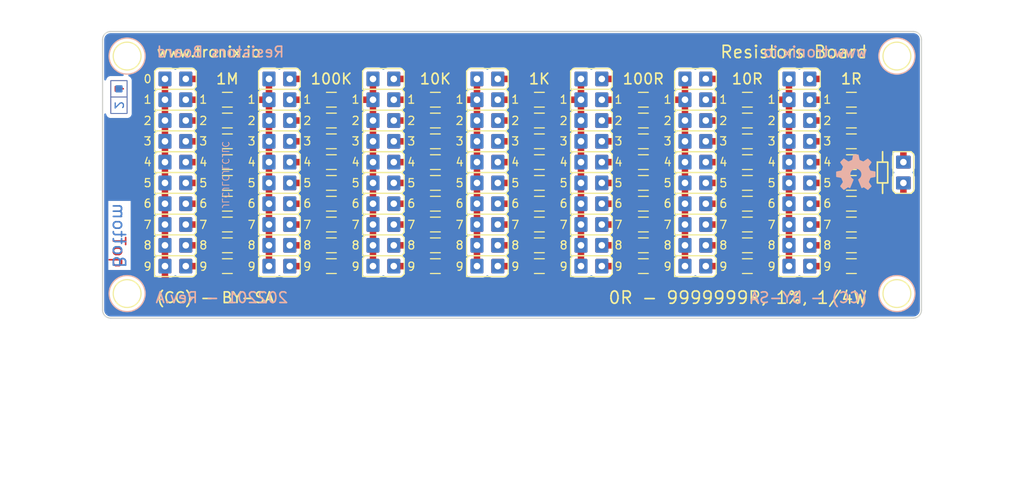
<source format=kicad_pcb>
(kicad_pcb (version 20221018) (generator pcbnew)
  (title_block (title "Resistors Board") (date "01/2022") (rev "A"))
  (layers (0 "F.Cu" signal) (31 "B.Cu" signal) (34 "B.Paste" user) (35 "F.Paste" user) (36 "B.SilkS" user "B.Silkscreen") (37 "F.SilkS" user "F.Silkscreen") (38 "B.Mask" user) (39 "F.Mask" user) (44 "Edge.Cuts" user))
  (net 0 "")
  (net 1 "Net-(JP1-Pad1)")
  (net 2 "Net-(JP1-Pad2)")
  (net 3 "Net-(JP2-Pad2)")
  (net 4 "Net-(JP3-Pad2)")
  (net 5 "Net-(JP4-Pad2)")
  (net 6 "Net-(JP5-Pad2)")
  (net 7 "Net-(JP6-Pad2)")
  (net 8 "Net-(JP7-Pad2)")
  (net 9 "Net-(JP8-Pad2)")
  (net 10 "Net-(JP9-Pad2)")
  (net 11 "Net-(JP10-Pad2)")
  (net 12 "Net-(JP11-Pad2)")
  (net 13 "Net-(JP12-Pad2)")
  (net 14 "Net-(JP13-Pad2)")
  (net 15 "Net-(JP14-Pad2)")
  (net 16 "Net-(JP15-Pad2)")
  (net 17 "Net-(JP16-Pad2)")
  (net 18 "Net-(JP17-Pad2)")
  (net 19 "Net-(JP18-Pad2)")
  (net 20 "Net-(JP19-Pad2)")
  (net 21 "Net-(JP20-Pad2)")
  (net 22 "Net-(JP21-Pad2)")
  (net 23 "Net-(JP22-Pad2)")
  (net 24 "Net-(JP23-Pad2)")
  (net 25 "Net-(JP24-Pad2)")
  (net 26 "Net-(JP25-Pad2)")
  (net 27 "Net-(JP26-Pad2)")
  (net 28 "Net-(JP27-Pad2)")
  (net 29 "Net-(JP28-Pad2)")
  (net 30 "Net-(JP29-Pad2)")
  (net 31 "Net-(JP30-Pad2)")
  (net 32 "Net-(JP31-Pad2)")
  (net 33 "Net-(JP32-Pad2)")
  (net 34 "Net-(JP33-Pad2)")
  (net 35 "Net-(JP34-Pad2)")
  (net 36 "Net-(JP35-Pad2)")
  (net 37 "Net-(JP36-Pad2)")
  (net 38 "Net-(JP37-Pad2)")
  (net 39 "Net-(JP38-Pad2)")
  (net 40 "Net-(JP39-Pad2)")
  (net 41 "Net-(JP40-Pad2)")
  (net 42 "Net-(JP41-Pad2)")
  (net 43 "Net-(JP42-Pad2)")
  (net 44 "Net-(JP43-Pad2)")
  (net 45 "Net-(JP44-Pad2)")
  (net 46 "Net-(JP45-Pad2)")
  (net 47 "Net-(JP46-Pad2)")
  (net 48 "Net-(JP47-Pad2)")
  (net 49 "Net-(JP48-Pad2)")
  (net 50 "Net-(JP49-Pad2)")
  (net 51 "Net-(JP50-Pad2)")
  (net 52 "Net-(JP51-Pad2)")
  (net 53 "Net-(JP52-Pad2)")
  (net 54 "Net-(JP53-Pad2)")
  (net 55 "Net-(JP54-Pad2)")
  (net 56 "Net-(JP55-Pad2)")
  (net 57 "Net-(JP56-Pad2)")
  (net 58 "Net-(JP57-Pad2)")
  (net 59 "Net-(JP58-Pad2)")
  (net 60 "Net-(JP59-Pad2)")
  (net 61 "Net-(JP60-Pad2)")
  (net 62 "Net-(JP61-Pad2)")
  (net 63 "Net-(JP62-Pad2)")
  (net 64 "Net-(JP63-Pad2)")
  (net 65 "Net-(JP64-Pad2)")
  (net 66 "Net-(JP65-Pad2)")
  (net 67 "Net-(JP66-Pad2)")
  (net 68 "Net-(JP67-Pad2)")
  (net 69 "Net-(JP68-Pad2)")
  (net 70 "Net-(JP69-Pad2)")
  (net 71 "Net-(JP70-Pad2)")
  (footprint "tronixio:HARWIN-M20-999024x" (layer "F.Cu") (at 107.95 76.2 90)
    (fp_text reference "JP3" hide)
    (fp_text value "~")
  )
  (footprint "tronixio:HARWIN-M20-999024x" (layer "F.Cu") (at 171.45 81.28 90)
    (fp_text reference "JP55" hide)
    (fp_text value "~")
  )
  (footprint "tronixio:RESISTOR-SMD-1206" (layer "F.Cu") (at 128.27 93.98)
    (fp_text reference "R18" hide)
    (fp_text value "100K")
  )
  (footprint "tronixio:HARWIN-M20-999024x" (layer "F.Cu") (at 146.05 91.44 90)
    (fp_text reference "JP39" hide)
    (fp_text value "~")
  )
  (footprint "tronixio:HARWIN-M20-999024x" (layer "F.Cu") (at 158.75 91.44 90)
    (fp_text reference "JP49" hide)
    (fp_text value "~")
  )
  (footprint "tronixio:RESISTOR-SMD-1206" (layer "F.Cu") (at 140.97 93.98)
    (fp_text reference "R27" hide)
    (fp_text value "10K")
  )
  (footprint "tronixio:RESISTOR-SMD-1206" (layer "F.Cu") (at 115.57 78.74)
    (fp_text reference "R3" hide)
    (fp_text value "1M")
  )
  (footprint "tronixio:HARWIN-M20-999024x" (layer "F.Cu") (at 171.45 88.9 90)
    (fp_text reference "JP58" hide)
    (fp_text value "~")
  )
  (footprint "tronixio:HARWIN-M20-999024x" (layer "F.Cu") (at 133.35 93.98 90)
    (fp_text reference "JP30" hide)
    (fp_text value "~")
  )
  (footprint "tronixio:HARWIN-M20-999024x" (layer "F.Cu") (at 133.35 86.36 90)
    (fp_text reference "JP27" hide)
    (fp_text value "~")
  )
  (footprint "tronixio:RESISTOR-SMD-1206" (layer "F.Cu") (at 153.67 91.44)
    (fp_text reference "R35" hide)
    (fp_text value "1K")
  )
  (footprint "tronixio:HARWIN-M20-999024x" (layer "F.Cu") (at 146.05 71.12 90)
    (fp_text reference "JP31" hide)
    (fp_text value "~")
  )
  (footprint "tronixio:HARWIN-M20-999024x" (layer "F.Cu") (at 171.45 86.36 90)
    (fp_text reference "JP57" hide)
    (fp_text value "~")
  )
  (footprint "tronixio:HARWIN-M20-999024x" (layer "F.Cu") (at 171.45 71.12 90)
    (fp_text reference "JP51" hide)
    (fp_text value "~")
  )
  (footprint "tronixio:RESISTOR-SMD-1206" (layer "F.Cu") (at 128.27 76.2)
    (fp_text reference "R11" hide)
    (fp_text value "100K")
  )
  (footprint "tronixio:HARWIN-M20-999024x" (layer "F.Cu") (at 120.65 71.12 90)
    (fp_text reference "JP11" hide)
    (fp_text value "~")
  )
  (footprint "tronixio:HARWIN-M20-999024x" (layer "F.Cu") (at 146.05 88.9 90)
    (fp_text reference "JP38" hide)
    (fp_text value "~")
  )
  (footprint "tronixio:RESISTOR-SMD-1206" (layer "F.Cu") (at 179.07 91.44)
    (fp_text reference "R53" hide)
    (fp_text value "10R")
  )
  (footprint "tronixio:HARWIN-M20-7680-7683" (layer "F.Cu") (at 191.33 116.33)
    (fp_text reference "JP75" hide)
    (fp_text value "HARWIN-JUMPER-0254-14MM-BLACK" hide)
  )
  (footprint "tronixio:RESISTOR-SMD-1206" (layer "F.Cu") (at 179.07 83.82)
    (fp_text reference "R50" hide)
    (fp_text value "10R")
  )
  (footprint "tronixio:HARWIN-M20-999024x" (layer "F.Cu") (at 107.95 88.9 90)
    (fp_text reference "JP8" hide)
    (fp_text value "~")
  )
  (footprint "tronixio:HARWIN-M20-999024x" (layer "F.Cu") (at 184.15 71.12 90)
    (fp_text reference "JP61" hide)
    (fp_text value "~")
  )
  (footprint "tronixio:HARWIN-M20-999024x" (layer "F.Cu") (at 158.75 71.12 90)
    (fp_text reference "JP41" hide)
    (fp_text value "~")
  )
  (footprint "tronixio:RESISTOR-SMD-1206" (layer "F.Cu") (at 115.57 86.36)
    (fp_text reference "R6" hide)
    (fp_text value "1M")
  )
  (footprint "tronixio:HARWIN-M20-999024x" (layer "F.Cu") (at 171.45 76.2 90)
    (fp_text reference "JP53" hide)
    (fp_text value "~")
  )
  (footprint "tronixio:HARWIN-M20-999024x" (layer "F.Cu") (at 158.75 73.66 90)
    (fp_text reference "JP42" hide)
    (fp_text value "~")
  )
  (footprint "tronixio:RESISTOR-SMD-1206" (layer "F.Cu") (at 153.67 86.36)
    (fp_text reference "R33" hide)
    (fp_text value "1K")
  )
  (footprint "tronixio:RESISTOR-SMD-1206" (layer "F.Cu") (at 153.67 73.66)
    (fp_text reference "R28" hide)
    (fp_text value "1K")
  )
  (footprint "tronixio:RESISTOR-SMD-1206" (layer "F.Cu") (at 128.27 91.44)
    (fp_text reference "R17" hide)
    (fp_text value "100K")
  )
  (footprint "tronixio:HARWIN-M20-999024x" (layer "F.Cu") (at 107.95 93.98 90)
    (fp_text reference "JP10" hide)
    (fp_text value "~")
  )
  (footprint "tronixio:RESISTOR-SMD-1206" (layer "F.Cu") (at 128.27 86.36)
    (fp_text reference "R15" hide)
    (fp_text value "100K")
  )
  (footprint "tronixio:HARWIN-M20-999024x" (layer "F.Cu") (at 120.65 73.66 90)
    (fp_text reference "JP12" hide)
    (fp_text value "~")
  )
  (footprint "tronixio:RESISTOR-SMD-1206" (layer "F.Cu") (at 191.77 83.82)
    (fp_text reference "R59" hide)
    (fp_text value "1R")
  )
  (footprint "tronixio:RESISTOR-SMD-1206" (layer "F.Cu") (at 179.07 73.66)
    (fp_text reference "R46" hide)
    (fp_text value "10R")
  )
  (footprint "tronixio:RESISTOR-SMD-1206" (layer "F.Cu") (at 191.77 73.66)
    (fp_text reference "R55" hide)
    (fp_text value "1R")
  )
  (footprint "tronixio:HARWIN-M20-999024x" (layer "F.Cu") (at 133.35 76.2 90)
    (fp_text reference "JP23" hide)
    (fp_text value "~")
  )
  (footprint "tronixio:RESISTOR-SMD-1206" (layer "F.Cu") (at 140.97 83.82)
    (fp_text reference "R23" hide)
    (fp_text value "10K")
  )
  (footprint "tronixio:RESISTOR-SMD-1206" (layer "F.Cu") (at 128.27 88.9)
    (fp_text reference "R16" hide)
    (fp_text value "100K")
  )
  (footprint "tronixio:RESISTOR-SMD-1206" (layer "F.Cu") (at 140.97 86.36)
    (fp_text reference "R24" hide)
    (fp_text value "10K")
  )
  (footprint "tronixio:RESISTOR-SMD-1206" (layer "F.Cu") (at 115.57 83.82)
    (fp_text reference "R5" hide)
    (fp_text value "1M")
  )
  (footprint "tronixio:RESISTOR-SMD-1206" (layer "F.Cu") (at 115.57 93.98)
    (fp_text reference "R9" hide)
    (fp_text value "1M")
  )
  (footprint "tronixio:RESISTOR-SMD-1206" (layer "F.Cu") (at 115.57 76.2)
    (fp_text reference "R2" hide)
    (fp_text value "1M")
  )
  (footprint "tronixio:RESISTOR-SMD-1206" (layer "F.Cu") (at 191.77 81.28)
    (fp_text reference "R58" hide)
    (fp_text value "1R")
  )
  (footprint "tronixio:RESISTOR-SMD-1206" (layer "F.Cu") (at 191.77 86.36)
    (fp_text reference "R60" hide)
    (fp_text value "1R")
  )
  (footprint "tronixio:HARWIN-M20-999024x" (layer "F.Cu") (at 107.95 81.28 90)
    (fp_text reference "JP5" hide)
    (fp_text value "~")
  )
  (footprint "tronixio:HARWIN-M20-999024x" (layer "F.Cu") (at 198.12 81.28)
    (fp_text reference "K1" hide)
    (fp_text value "R")
  )
  (footprint "tronixio:RESISTOR-SMD-1206" (layer "F.Cu") (at 153.67 78.74)
    (fp_text reference "R30" hide)
    (fp_text value "1K")
  )
  (footprint "tronixio:HARWIN-M20-7680-7683" (layer "F.Cu") (at 167.33 116.33)
    (fp_text reference "JP72" hide)
    (fp_text value "HARWIN-JUMPER-0254-14MM-BLACK" hide)
  )
  (footprint "tronixio:HARWIN-M20-999024x" (layer "F.Cu") (at 171.45 93.98 90)
    (fp_text reference "JP60" hide)
    (fp_text value "~")
  )
  (footprint "tronixio:RESISTOR-SMD-1206" (layer "F.Cu") (at 115.57 88.9)
    (fp_text reference "R7" hide)
    (fp_text value "1M")
  )
  (footprint "tronixio:HARWIN-M20-999024x" (layer "F.Cu") (at 171.45 73.66 90)
    (fp_text reference "JP52" hide)
    (fp_text value "~")
  )
  (footprint "tronixio:RESISTOR-SMD-1206" (layer "F.Cu") (at 128.27 83.82)
    (fp_text reference "R14" hide)
    (fp_text value "100K")
  )
  (footprint "tronixio:HARWIN-M20-999024x" (layer "F.Cu") (at 120.65 88.9 90)
    (fp_text reference "JP18" hide)
    (fp_text value "~")
  )
  (footprint "tronixio:HARWIN-M20-999024x" (layer "F.Cu") (at 158.75 76.2 90)
    (fp_text reference "JP43" hide)
    (fp_text value "~")
  )
  (footprint "tronixio:KEYSTONE-9056" (layer "F.Cu") (at 197.33 68.33)
    (fp_text reference "H3" hide)
    (fp_text value "9056" hide)
  )
  (footprint "tronixio:HARWIN-M20-999024x" (layer "F.Cu") (at 133.35 88.9 90)
    (fp_text reference "JP28" hide)
    (fp_text value "~")
  )
  (footprint "tronixio:KEYSTONE-9056" (layer "F.Cu") (at 103.33 97.33)
    (fp_text reference "H1" hide)
    (fp_text value "9056" hide)
  )
  (footprint "tronixio:KEYSTONE-9056" (layer "F.Cu") (at 197.33 97.33)
    (fp_text reference "H2" hide)
    (fp_text value "9056" hide)
  )
  (footprint "tronixio:HARWIN-M20-999024x" (layer "F.Cu") (at 133.35 81.28 90)
    (fp_text reference "JP25" hide)
    (fp_text value "~")
  )
  (footprint "tronixio:HARWIN-M20-999024x" (layer "F.Cu") (at 120.65 76.2 90)
    (fp_text reference "JP13" hide)
    (fp_text value "~")
  )
  (footprint "tronixio:RESISTOR-SMD-1206" (layer "F.Cu") (at 166.37 78.74)
    (fp_text reference "R39" hide)
    (fp_text value "100R")
  )
  (footprint "tronixio:HARWIN-M20-999024x" (layer "F.Cu") (at 171.45 78.74 90)
    (fp_text reference "JP54" hide)
    (fp_text value "~")
  )
  (footprint "tronixio:HARWIN-M20-999024x" (layer "F.Cu") (at 184.15 83.82 90)
    (fp_text reference "JP66" hide)
    (fp_text value "~")
  )
  (footprint "tronixio:RESISTOR-SMD-1206" (layer "F.Cu") (at 140.97 88.9)
    (fp_text reference "R25" hide)
    (fp_text value "10K")
  )
  (footprint "tronixio:HARWIN-M20-999024x" (layer "F.Cu") (at 146.05 83.82 90)
    (fp_text reference "JP36" hide)
    (fp_text value "~")
  )
  (footprint "tronixio:RESISTOR-SMD-1206" (layer "F.Cu") (at 191.77 88.9)
    (fp_text reference "R61" hide)
    (fp_text value "1R")
  )
  (footprint "tronixio:RESISTOR-SMD-1206" (layer "F.Cu") (at 166.37 73.66)
    (fp_text reference "R37" hide)
    (fp_text value "100R")
  )
  (footprint "tronixio:RESISTOR-SMD-1206" (layer "F.Cu") (at 140.97 76.2)
    (fp_text reference "R20" hide)
    (fp_text value "10K")
  )
  (footprint "tronixio:RESISTOR-SMD-1206" (layer "F.Cu") (at 153.67 88.9)
    (fp_text reference "R34" hide)
    (fp_text value "1K")
  )
  (footprint "tronixio:HARWIN-M20-999024x" (layer "F.Cu") (at 158.75 88.9 90)
    (fp_text reference "JP48" hide)
    (fp_text value "~")
  )
  (footprint "tronixio:RESISTOR-SMD-1206" (layer "F.Cu") (at 191.77 78.74)
    (fp_text reference "R57" hide)
    (fp_text value "1R")
  )
  (footprint "tronixio:RESISTOR-SMD-1206" (layer "F.Cu") (at 140.97 73.66)
    (fp_text reference "R19" hide)
    (fp_text value "10K")
  )
  (footprint "tronixio:HARWIN-M20-999024x" (layer "F.Cu") (at 184.15 76.2 90)
    (fp_text reference "JP63" hide)
    (fp_text value "~")
  )
  (footprint "tronixio:HARWIN-M20-7680-7683" (layer "F.Cu") (at 161.33 116.33)
    (fp_text reference "JP77" hide)
    (fp_text value "HARWIN-JUMPER-0254-14MM-BLACK" hide)
  )
  (footprint "tronixio:RESISTOR-SMD-1206" (layer "F.Cu") (at 166.37 76.2)
    (fp_text reference "R38" hide)
    (fp_text value "100R")
  )
  (footprint "tronixio:HARWIN-M20-7680-7683" (layer "F.Cu") (at 179.33 116.33)
    (fp_text reference "JP76" hide)
    (fp_text value "HARWIN-JUMPER-0254-14MM-BLACK" hide)
  )
  (footprint "tronixio:RESISTOR-SMD-1206" (layer "F.Cu") (at 166.37 93.98)
    (fp_text reference "R45" hide)
    (fp_text value "100R")
  )
  (footprint "tronixio:HARWIN-M20-999024x" (layer "F.Cu") (at 171.45 83.82 90)
    (fp_text reference "JP56" hide)
    (fp_text value "~")
  )
  (footprint "tronixio:HARWIN-M20-999024x" (layer "F.Cu") (at 158.75 81.28 90)
    (fp_text reference "JP45" hide)
    (fp_text value "~")
  )
  (footprint "tronixio:RESISTOR-SMD-1206" (layer "F.Cu") (at 179.07 76.2)
    (fp_text reference "R47" hide)
    (fp_text value "10R")
  )
  (footprint "tronixio:HARWIN-M20-999024x" (layer "F.Cu") (at 120.65 81.28 90)
    (fp_text reference "JP15" hide)
    (fp_text value "~")
  )
  (footprint "tronixio:HARWIN-M20-999024x" (layer "F.Cu") (at 146.05 93.98 90)
    (fp_text reference "JP40" hide)
    (fp_text value "~")
  )
  (footprint "tronixio:RESISTOR-SMD-1206" (layer "F.Cu") (at 140.97 91.44)
    (fp_text reference "R26" hide)
    (fp_text value "10K")
  )
  (footprint "tronixio:RESISTOR-SMD-1206" (layer "F.Cu") (at 115.57 91.44)
    (fp_text reference "R8" hide)
    (fp_text value "1M")
  )
  (footprint "tronixio:HARWIN-M20-999024x" (layer "F.Cu") (at 107.95 73.66 90)
    (fp_text reference "JP2" hide)
    (fp_text value "~")
  )
  (footprint "tronixio:RESISTOR-SMD-1206" (layer "F.Cu") (at 115.57 81.28)
    (fp_text reference "R4" hide)
    (fp_text value "1M")
  )
  (footprint "tronixio:HARWIN-M20-7680-7683" (layer "F.Cu") (at 173.33 116.33)
    (fp_text reference "JP71" hide)
    (fp_text value "HARWIN-JUMPER-0254-14MM-BLACK" hide)
  )
  (footprint "tronixio:KEYSTONE-9056" (layer "F.Cu") (at 103.33 68.33)
    (fp_text reference "H4" hide)
    (fp_text value "9056" hide)
  )
  (footprint "tronixio:HARWIN-M20-999024x" (layer "F.Cu") (at 171.45 91.44 90)
    (fp_text reference "JP59" hide)
    (fp_text value "~")
  )
  (footprint "tronixio:HARWIN-M20-999024x" (layer "F.Cu") (at 120.65 93.98 90)
    (fp_text reference "JP20" hide)
    (fp_text value "~")
  )
  (footprint "tronixio:HARWIN-M20-999024x" (layer "F.Cu") (at 184.15 91.44 90)
    (fp_text reference "JP69" hide)
    (fp_text value "~")
  )
  (footprint "tronixio:HARWIN-M20-999024x" (layer "F.Cu") (at 133.35 73.66 90)
    (fp_text reference "JP22" hide)
    (fp_text value "~")
  )
  (footprint "tronixio:RESISTOR-SMD-1206" (layer "F.Cu") (at 179.07 93.98)
    (fp_text reference "R54" hide)
    (fp_text value "10R")
  )
  (footprint "tronixio:HARWIN-M20-999024x" (layer "F.Cu") (at 133.35 83.82 90)
    (fp_text reference "JP26" hide)
    (fp_text value "~")
  )
  (footprint "tronixio:RESISTOR-SMD-1206" (layer "F.Cu") (at 166.37 91.44)
    (fp_text reference "R44" hide)
    (fp_text value "100R")
  )
  (footprint "tronixio:HARWIN-M20-999024x" (layer "F.Cu") (at 146.05 81.28 90)
    (fp_text reference "JP35" hide)
    (fp_text value "~")
  )
  (footprint "tronixio:HARWIN-M20-999024x" (layer "F.Cu") (at 146.05 73.66 90)
    (fp_text reference "JP32" hide)
    (fp_text value "~")
  )
  (footprint "tronixio:RESISTOR-SMD-1206" (layer "F.Cu") (at 128.27 73.66)
    (fp_text reference "R10" hide)
    (fp_text value "100K")
  )
  (footprint "tronixio:HARWIN-M20-999024x" (layer "F.Cu") (at 133.35 78.74 90)
    (fp_text reference "JP24" hide)
    (fp_text value "~")
  )
  (footprint "tronixio:HARWIN-M20-999024x" (layer "F.Cu") (at 120.65 78.74 90)
    (fp_text reference "JP14" hide)
    (fp_text value "~")
  )
  (footprint "tronixio:RESISTOR-SMD-1206" (layer "F.Cu") (at 179.07 86.36)
    (fp_text reference "R51" hide)
    (fp_text value "10R")
  )
  (footprint "tronixio:RESISTOR-SMD-1206" (layer "F.Cu") (at 128.27 81.28)
    (fp_text reference "R13" hide)
    (fp_text value "100K")
  )
  (footprint "tronixio:RESISTOR-SMD-1206" (layer "F.Cu") (at 153.67 83.82)
    (fp_text reference "R32" hide)
    (fp_text value "1K")
  )
  (footprint "tronixio:HARWIN-M20-999024x" (layer "F.Cu") (at 158.75 78.74 90)
    (fp_text reference "JP44" hide)
    (fp_text value "~")
  )
  (footprint "tronixio:HARWIN-M20-7680-7683" (layer "F.Cu") (at 197.33 116.33)
    (fp_text reference "JP73" hide)
    (fp_text value "HARWIN-JUMPER-0254-14MM-BLACK" hide)
  )
  (footprint "tronixio:RESISTOR-SMD-1206" (layer "F.Cu") (at 191.77 76.2)
    (fp_text reference "R56" hide)
    (fp_text value "1R")
  )
  (footprint "tronixio:HARWIN-M20-7680-7683" (layer "F.Cu") (at 185.33 116.33)
    (fp_text reference "JP74" hide)
    (fp_text value "HARWIN-JUMPER-0254-14MM-BLACK" hide)
  )
  (footprint "tronixio:RESISTOR-SMD-1206" (layer "F.Cu") (at 179.07 81.28)
    (fp_text reference "R49" hide)
    (fp_text value "10R")
  )
  (footprint "tronixio:HARWIN-M20-999024x" (layer "F.Cu") (at 158.75 86.36 90)
    (fp_text reference "JP47" hide)
    (fp_text value "~")
  )
  (footprint "tronixio:RESISTOR-SMD-1206" (layer "F.Cu") (at 115.57 73.66)
    (fp_text reference "R1" hide)
    (fp_text value "1M")
  )
  (footprint "tronixio:HARWIN-M20-999024x" (layer "F.Cu") (at 184.15 88.9 90)
    (fp_text reference "JP68" hide)
    (fp_text value "~")
  )
  (footprint "tronixio:RESISTOR-SMD-1206" (layer "F.Cu") (at 191.77 91.44)
    (fp_text reference "R62" hide)
    (fp_text value "1R")
  )
  (footprint "tronixio:RESISTOR-SMD-1206" (layer "F.Cu") (at 166.37 83.82)
    (fp_text reference "R41" hide)
    (fp_text value "100R")
  )
  (footprint "tronixio:RESISTOR-SMD-1206" (layer "F.Cu") (at 128.27 78.74)
    (fp_text reference "R12" hide)
    (fp_text value "100K")
  )
  (footprint "tronixio:HARWIN-M20-999024x" (layer "F.Cu") (at 120.65 86.36 90)
    (fp_text reference "JP17" hide)
    (fp_text value "~")
  )
  (footprint "tronixio:RESISTOR-SMD-1206" (layer "F.Cu") (at 153.67 93.98)
    (fp_text reference "R36" hide)
    (fp_text value "1K")
  )
  (footprint "tronixio:RESISTOR-SMD-1206" (layer "F.Cu") (at 191.77 93.98)
    (fp_text reference "R63" hide)
    (fp_text value "1R")
  )
  (footprint "tronixio:RESISTOR-SMD-1206" (layer "F.Cu") (at 179.07 88.9)
    (fp_text reference "R52" hide)
    (fp_text value "10R")
  )
  (footprint "tronixio:RESISTOR-SMD-1206" (layer "F.Cu") (at 179.07 78.74)
    (fp_text reference "R48" hide)
    (fp_text value "10R")
  )
  (footprint "tronixio:RESISTOR-SMD-1206" (layer "F.Cu") (at 166.37 81.28)
    (fp_text reference "R40" hide)
    (fp_text value "100R")
  )
  (footprint "tronixio:HARWIN-M20-999024x" (layer "F.Cu") (at 184.15 78.74 90)
    (fp_text reference "JP64" hide)
    (fp_text value "~")
  )
  (footprint "tronixio:RESISTOR-SMD-1206" (layer "F.Cu") (at 153.67 81.28)
    (fp_text reference "R31" hide)
    (fp_text value "1K")
  )
  (footprint "tronixio:HARWIN-M20-999024x" (layer "F.Cu") (at 184.15 81.28 90)
    (fp_text reference "JP65" hide)
    (fp_text value "~")
  )
  (footprint "tronixio:HARWIN-M20-999024x" (layer "F.Cu") (at 120.65 91.44 90)
    (fp_text reference "JP19" hide)
    (fp_text value "~")
  )
  (footprint "tronixio:RESISTOR-SMD-1206" (layer "F.Cu") (at 166.37 86.36)
    (fp_text reference "R42" hide)
    (fp_text value "100R")
  )
  (footprint "tronixio:HARWIN-M20-999024x" (layer "F.Cu") (at 107.95 78.74 90)
    (fp_text reference "JP4" hide)
    (fp_text value "~")
  )
  (footprint "tronixio:RESISTOR-SMD-1206" (layer "F.Cu") (at 153.67 76.2)
    (fp_text reference "R29" hide)
    (fp_text value "1K")
  )
  (footprint "tronixio:HARWIN-M20-999024x" (layer "F.Cu") (at 158.75 93.98 90)
    (fp_text reference "JP50" hide)
    (fp_text value "~")
  )
  (footprint "tronixio:HARWIN-M20-999024x" (layer "F.Cu") (at 184.15 86.36 90)
    (fp_text reference "JP67" hide)
    (fp_text value "~")
  )
  (footprint "tronixio:HARWIN-M20-999024x" (layer "F.Cu") (at 146.05 78.74 90)
    (fp_text reference "JP34" hide)
    (fp_text value "~")
  )
  (footprint "tronixio:HARWIN-M20-999024x" (layer "F.Cu") (at 107.95 86.36 90)
    (fp_text reference "JP7" hide)
    (fp_text value "~")
  )
  (footprint "tronixio:HARWIN-M20-999024x" (layer "F.Cu") (at 107.95 71.12 90)
    (fp_text reference "JP1" hide)
    (fp_text value "~")
  )
  (footprint "tronixio:RESISTOR-SMD-1206" (layer "F.Cu") (at 140.97 81.28)
    (fp_text reference "R22" hide)
    (fp_text value "10K")
  )
  (footprint "tronixio:HARWIN-M20-999024x" (layer "F.Cu") (at 107.95 83.82 90)
    (fp_text reference "JP6" hide)
    (fp_text value "~")
  )
  (footprint "tronixio:HARWIN-M20-999024x" (layer "F.Cu") (at 146.05 76.2 90)
    (fp_text reference "JP33" hide)
    (fp_text value "~")
  )
  (footprint "tronixio:HARWIN-M20-999024x" (layer "F.Cu") (at 146.05 86.36 90)
    (fp_text reference "JP37" hide)
    (fp_text value "~")
  )
  (footprint "tronixio:HARWIN-M20-999024x" (layer "F.Cu") (at 120.65 83.82 90)
    (fp_text reference "JP16" hide)
    (fp_text value "~")
  )
  (footprint "tronixio:HARWIN-M20-999024x" (layer "F.Cu") (at 158.75 83.82 90)
    (fp_text reference "JP46" hide)
    (fp_text value "~")
  )
  (footprint "tronixio:HARWIN-M20-999024x" (layer "F.Cu") (at 133.35 91.44 90)
    (fp_text reference "JP29" hide)
    (fp_text value "~")
  )
  (footprint "tronixio:HARWIN-M20-999024x" (layer "F.Cu") (at 184.15 93.98 90)
    (fp_text reference "JP70" hide)
    (fp_text value "~")
  )
  (footprint "tronixio:RESISTOR-SMD-1206" (layer "F.Cu") (at 166.37 88.9)
    (fp_text reference "R43" hide)
    (fp_text value "100R")
  )
  (footprint "tronixio:RESISTOR-SMD-1206" (layer "F.Cu") (at 140.97 78.74)
    (fp_text reference "R21" hide)
    (fp_text value "10K")
  )
  (footprint "tronixio:HARWIN-M20-999024x" (layer "F.Cu") (at 184.15 73.66 90)
    (fp_text reference "JP62" hide)
    (fp_text value "~")
  )
  (footprint "tronixio:HARWIN-M20-999024x" (layer "F.Cu") (at 107.95 91.44 90)
    (fp_text reference "JP9" hide)
    (fp_text value "~")
  )
  (footprint "tronixio:HARWIN-M20-999024x" (layer "F.Cu") (at 133.35 71.12 90)
    (fp_text reference "JP21" hide)
    (fp_text value "~")
  )
  (footprint "tronixio:OSHW-5MM" (layer "B.Cu") (at 192.33 82.55 180)
    (fp_text reference "GB" hide)
    (fp_text value "LOGO" hide)
  )
  (gr_rect (start 101.33 71.33) (end 103.33 75.33) (stroke (width 0.1)) (fill none) (layer "F.Cu"))
  (gr_line (start 101.33 73.33) (end 103.33 73.33) (stroke (width 0.1)) (layer "F.Cu"))
  (gr_line (start 101.33 73.33) (end 103.33 73.33) (stroke (width 0.1)) (layer "B.Cu"))
  (gr_rect (start 101.33 71.33) (end 103.33 75.33) (stroke (width 0.1)) (fill none) (layer "B.Cu"))
  (gr_rect (start 194.945 81.28) (end 196.215 83.82) (stroke (width 0.2)) (fill none) (layer "F.SilkS"))
  (gr_line (start 195.58 80.01) (end 195.58 81.28) (stroke (width 0.2)) (layer "F.SilkS"))
  (gr_line (start 195.58 83.82) (end 195.58 85.09) (stroke (width 0.2)) (layer "F.SilkS"))
  (gr_arc (start 200.33 99.33) (mid 200.037107 100.037107) (end 199.33 100.33) (stroke (width 0.15)) (layer "Edge.Cuts"))
  (gr_line (start 199.33 65.33) (end 101.33 65.33) (stroke (width 0.15)) (layer "Edge.Cuts"))
  (gr_arc (start 100.33 66.33) (mid 100.622893 65.622893) (end 101.33 65.33) (stroke (width 0.15)) (layer "Edge.Cuts"))
  (gr_line (start 100.33 66.33) (end 100.33 99.33) (stroke (width 0.15)) (layer "Edge.Cuts"))
  (gr_arc (start 199.33 65.33) (mid 200.037107 65.622893) (end 200.33 66.33) (stroke (width 0.15)) (layer "Edge.Cuts"))
  (gr_line (start 101.33 100.33) (end 199.33 100.33) (stroke (width 0.15)) (layer "Edge.Cuts"))
  (gr_line (start 200.33 99.33) (end 200.33 66.33) (stroke (width 0.15)) (layer "Edge.Cuts"))
  (gr_arc (start 101.33 100.33) (mid 100.622893 100.037107) (end 100.33 99.33) (stroke (width 0.15)) (layer "Edge.Cuts"))
  (gr_text "Top" (at 102.33 94.33 270) (layer "F.Cu") (effects (font (size 1.5 1.5) (thickness 0.2)) (justify right)))
  (gr_text "1" (at 102.33 72.33 270) (layer "F.Cu") (effects (font (size 1 1))))
  (gr_text "2" (at 102.33 74.33 270) (layer "B.Cu") (effects (font (size 1 1)) (justify mirror)))
  (gr_text "Bottom" (at 102.33 94.33 270) (layer "B.Cu") (effects (font (size 1.5 1.5) (thickness 0.2)) (justify left mirror)))
  (gr_text "(CC) - BY-SA" (at 193.83 97.83) (layer "B.SilkS") (effects (font (size 1.3 1.3) (thickness 0.2)) (justify left mirror)))
  (gr_text "202201 - Rev.A" (at 106.68 97.83) (layer "B.SilkS") (effects (font (size 1.3 1.3) (thickness 0.2)) (justify right mirror)))
  (gr_text "Resistors Board" (at 106.83 67.83) (layer "B.SilkS") (effects (font (size 1.3 1.3) (thickness 0.2)) (justify right mirror)))
  (gr_text "www.tronix.io" (at 193.83 67.83) (layer "B.SilkS") (effects (font (size 1.3 1.3) (thickness 0.2)) (justify left mirror)))
  (gr_text "JLCJLCJLCJLC" (at 115.33 82.83 270) (layer "B.SilkS") (effects (font (size 0.8 0.8) (thickness 0.1)) (justify mirror)))
  (gr_text "6" (at 131.23 86.33) (layer "F.SilkS") (effects (font (size 1 1))))
  (gr_text "5" (at 118.53 83.83) (layer "F.SilkS") (effects (font (size 1 1))))
  (gr_text "5" (at 150.73 83.83) (layer "F.SilkS") (effects (font (size 1 1))))
  (gr_text "2" (at 138.03 76.23) (layer "F.SilkS") (effects (font (size 1 1))))
  (gr_text "7" (at 105.83 88.93) (layer "F.SilkS") (effects (font (size 1 1))))
  (gr_text "2" (at 131.23 76.23) (layer "F.SilkS") (effects (font (size 1 1))))
  (gr_text "9" (at 169.33 94.03) (layer "F.SilkS") (effects (font (size 1 1))))
  (gr_text "3" (at 176.13 78.73) (layer "F.SilkS") (effects (font (size 1 1))))
  (gr_text "3" (at 156.63 78.73) (layer "F.SilkS") (effects (font (size 1 1))))
  (gr_text "4" (at 176.13 81.28) (layer "F.SilkS") (effects (font (size 1 1))))
  (gr_text "6" (at 182.03 86.33) (layer "F.SilkS") (effects (font (size 1 1))))
  (gr_text "4" (at 188.83 81.28) (layer "F.SilkS") (effects (font (size 1 1))))
  (gr_text "100K" (at 128.27 71.12) (layer "F.SilkS") (effects (font (size 1.3 1.3) (thickness 0.2))))
  (gr_text "100R" (at 166.37 71.12) (layer "F.SilkS") (effects (font (size 1.3 1.3) (thickness 0.2))))
  (gr_text "8" (at 150.73 91.43) (layer "F.SilkS") (effects (font (size 1 1))))
  (gr_text "1" (at 176.13 73.63) (layer "F.SilkS") (effects (font (size 1 1))))
  (gr_text "3" (at 118.53 78.73) (layer "F.SilkS") (effects (font (size 1 1))))
  (gr_text "4" (at 105.83 81.28) (layer "F.SilkS") (effects (font (size 1 1))))
  (gr_text "2" (at 105.83 76.23) (layer "F.SilkS") (effects (font (size 1 1))))
  (gr_text "4" (at 163.33 81.28) (layer "F.SilkS") (effects (font (size 1 1))))
  (gr_text "8" (at 131.23 91.43) (layer "F.SilkS") (effects (font (size 1 1))))
  (gr_text "7" (at 163.33 88.93) (layer "F.SilkS") (effects (font (size 1 1))))
  (gr_text "2" (at 169.33 76.23) (layer "F.SilkS") (effects (font (size 1 1))))
  (gr_text "3" (at 105.83 78.73) (layer "F.SilkS") (effects (font (size 1 1))))
  (gr_text "2" (at 188.83 76.23) (layer "F.SilkS") (effects (font (size 1 1))))
  (gr_text "6" (at 156.63 86.33) (layer "F.SilkS") (effects (font (size 1 1))))
  (gr_text "8" (at 176.13 91.43) (layer "F.SilkS") (effects (font (size 1 1))))
  (gr_text "1" (at 182.03 73.63) (layer "F.SilkS") (effects (font (size 1 1))))
  (gr_text "1" (at 105.83 73.63) (layer "F.SilkS") (effects (font (size 1 1))))
  (gr_text "1" (at 143.93 73.63) (layer "F.SilkS") (effects (font (size 1 1))))
  (gr_text "1R" (at 191.77 71.12) (layer "F.SilkS") (effects (font (size 1.3 1.3) (thickness 0.2))))
  (gr_text "2" (at 125.33 76.23) (layer "F.SilkS") (effects (font (size 1 1))))
  (gr_text "5" (at 188.83 83.83) (layer "F.SilkS") (effects (font (size 1 1))))
  (gr_text "9" (at 112.63 94.03) (layer "F.SilkS") (effects (font (size 1 1))))
  (gr_text "6" (at 188.83 86.33) (layer "F.SilkS") (effects (font (size 1 1))))
  (gr_text "6" (at 105.83 86.33) (layer "F.SilkS") (effects (font (size 1 1))))
  (gr_text "3" (at 138.03 78.73) (layer "F.SilkS") (effects (font (size 1 1))))
  (gr_text "4" (at 150.73 81.28) (layer "F.SilkS") (effects (font (size 1 1))))
  (gr_text "9" (at 176.13 94.03) (layer "F.SilkS") (effects (font (size 1 1))))
  (gr_text "0R - 9999999R, 1%, 1/4W" (at 193.83 97.83) (layer "F.SilkS") (effects (font (size 1.5 1.5) (thickness 0.2)) (justify right)))
  (gr_text "3" (at 125.33 78.73) (layer "F.SilkS") (effects (font (size 1 1))))
  (gr_text "6" (at 138.03 86.33) (layer "F.SilkS") (effects (font (size 1 1))))
  (gr_text "5" (at 131.23 83.83) (layer "F.SilkS") (effects (font (size 1 1))))
  (gr_text "3" (at 150.73 78.73) (layer "F.SilkS") (effects (font (size 1 1))))
  (gr_text "2" (at 143.93 76.23) (layer "F.SilkS") (effects (font (size 1 1))))
  (gr_text "9" (at 138.03 94.03) (layer "F.SilkS") (effects (font (size 1 1))))
  (gr_text "6" (at 163.33 86.33) (layer "F.SilkS") (effects (font (size 1 1))))
  (gr_text "1" (at 156.63 73.63) (layer "F.SilkS") (effects (font (size 1 1))))
  (gr_text "6" (at 150.73 86.33) (layer "F.SilkS") (effects (font (size 1 1))))
  (gr_text "3" (at 143.93 78.73) (layer "F.SilkS") (effects (font (size 1 1))))
  (gr_text "8" (at 188.83 91.43) (layer "F.SilkS") (effects (font (size 1 1))))
  (gr_text "1" (at 169.33 73.63) (layer "F.SilkS") (effects (font (size 1 1))))
  (gr_text "8" (at 138.03 91.43) (layer "F.SilkS") (effects (font (size 1 1))))
  (gr_text "www.tronix.io" (at 106.83 67.83) (layer "F.SilkS") (effects (font (size 1.3 1.3) (thickness 0.2)) (justify left)))
  (gr_text "7" (at 125.33 88.93) (layer "F.SilkS") (effects (font (size 1 1))))
  (gr_text "9" (at 188.83 94.03) (layer "F.SilkS") (effects (font (size 1 1))))
  (gr_text "1" (at 138.03 73.63) (layer "F.SilkS") (effects (font (size 1 1))))
  (gr_text "4" (at 143.93 81.28) (layer "F.SilkS") (effects (font (size 1 1))))
  (gr_text "7" (at 188.83 88.93) (layer "F.SilkS") (effects (font (size 1 1))))
  (gr_text "4" (at 169.33 81.28) (layer "F.SilkS") (effects (font (size 1 1))))
  (gr_text "3" (at 169.33 78.73) (layer "F.SilkS") (effects (font (size 1 1))))
  (gr_text "8" (at 156.63 91.43) (layer "F.SilkS") (effects (font (size 1 1))))
  (gr_text "3" (at 163.33 78.73) (layer "F.SilkS") (effects (font (size 1 1))))
  (gr_text "7" (at 156.63 88.93) (layer "F.SilkS") (effects (font (size 1 1))))
  (gr_text "1M" (at 115.57 71.12) (layer "F.SilkS") (effects (font (size 1.3 1.3) (thickness 0.2))))
  (gr_text "5" (at 138.03 83.83) (layer "F.SilkS") (effects (font (size 1 1))))
  (gr_text "1" (at 163.33 73.63) (layer "F.SilkS") (effects (font (size 1 1))))
  (gr_text "4" (at 118.53 81.28) (layer "F.SilkS") (effects (font (size 1 1))))
  (gr_text "2" (at 112.63 76.23) (layer "F.SilkS") (effects (font (size 1 1))))
  (gr_text "5" (at 169.33 83.83) (layer "F.SilkS") (effects (font (size 1 1))))
  (gr_text "5" (at 112.63 83.83) (layer "F.SilkS") (effects (font (size 1 1))))
  (gr_text "6" (at 125.33 86.33) (layer "F.SilkS") (effects (font (size 1 1))))
  (gr_text "8" (at 112.63 91.43) (layer "F.SilkS") (effects (font (size 1 1))))
  (gr_text "4" (at 125.33 81.28) (layer "F.SilkS") (effects (font (size 1 1))))
  (gr_text "8" (at 125.33 91.43) (layer "F.SilkS") (effects (font (size 1 1))))
  (gr_text "1" (at 150.73 73.63) (layer "F.SilkS") (effects (font (size 1 1))))
  (gr_text "5" (at 125.33 83.83) (layer "F.SilkS") (effects (font (size 1 1))))
  (gr_text "9" (at 156.63 94.03) (layer "F.SilkS") (effects (font (size 1 1))))
  (gr_text "2" (at 150.73 76.23) (layer "F.SilkS") (effects (font (size 1 1))))
  (gr_text "1" (at 131.23 73.63) (layer "F.SilkS") (effects (font (size 1 1))))
  (gr_text "9" (at 150.73 94.03) (layer "F.SilkS") (effects (font (size 1 1))))
  (gr_text "2" (at 118.53 76.23) (layer "F.SilkS") (effects (font (size 1 1))))
  (gr_text "1" (at 112.63 73.63) (layer "F.SilkS") (effects (font (size 1 1))))
  (gr_text "7" (at 182.03 88.93) (layer "F.SilkS") (effects (font (size 1 1))))
  (gr_text "5" (at 163.33 83.83) (layer "F.SilkS") (effects (font (size 1 1))))
  (gr_text "7" (at 131.23 88.93) (layer "F.SilkS") (effects (font (size 1 1))))
  (gr_text "9" (at 163.33 94.03) (layer "F.SilkS") (effects (font (size 1 1))))
  (gr_text "9" (at 105.83 94.03) (layer "F.SilkS") (effects (font (size 1 1))))
  (gr_text "5" (at 143.93 83.83) (layer "F.SilkS") (effects (font (size 1 1))))
  (gr_text "1K" (at 153.67 71.12) (layer "F.SilkS") (effects (font (size 1.3 1.3) (thickness 0.2))))
  (gr_text "0" (at 105.83 71.13) (layer "F.SilkS") (effects (font (size 1 1))))
  (gr_text "4" (at 112.63 81.28) (layer "F.SilkS") (effects (font (size 1 1))))
  (gr_text "7" (at 169.33 88.93) (layer "F.SilkS") (effects (font (size 1 1))))
  (gr_text "9" (at 182.03 94.03) (layer "F.SilkS") (effects (font (size 1 1))))
  (gr_text "7" (at 112.63 88.93) (layer "F.SilkS") (effects (font (size 1 1))))
  (gr_text "7" (at 143.93 88.93) (layer "F.SilkS") (effects (font (size 1 1))))
  (gr_text "9" (at 131.23 94.03) (layer "F.SilkS") (effects (font (size 1 1))))
  (gr_text "7" (at 138.03 88.93) (layer "F.SilkS") (effects (font (size 1 1))))
  (gr_text "8" (at 182.03 91.43) (layer "F.SilkS") (effects (font (size 1 1))))
  (gr_text "5" (at 105.83 83.83) (layer "F.SilkS") (effects (font (size 1 1))))
  (gr_text "8" (at 169.33 91.43) (layer "F.SilkS") (effects (font (size 1 1))))
  (gr_text "4" (at 182.03 81.28) (layer "F.SilkS") (effects (font (size 1 1))))
  (gr_text "2" (at 182.03 76.23) (layer "F.SilkS") (effects (font (size 1 1))))
  (gr_text "8" (at 143.93 91.43) (layer "F.SilkS") (effects (font (size 1 1))))
  (gr_text "Resistors Board" (at 193.83 67.83) (layer "F.SilkS") (effects (font (size 1.5 1.5) (thickness 0.2)) (justify right)))
  (gr_text "5" (at 156.63 83.83) (layer "F.SilkS") (effects (font (size 1 1))))
  (gr_text "7" (at 176.13 88.93) (layer "F.SilkS") (effects (font (size 1 1))))
  (gr_text "6" (at 169.33 86.33) (layer "F.SilkS") (effects (font (size 1 1))))
  (gr_text "9" (at 125.33 94.03) (layer "F.SilkS") (effects (font (size 1 1))))
  (gr_text "6" (at 118.53 86.33) (layer "F.SilkS") (effects (font (size 1 1))))
  (gr_text "2" (at 176.13 76.23) (layer "F.SilkS") (effects (font (size 1 1))))
  (gr_text "8" (at 163.33 91.43) (layer "F.SilkS") (effects (font (size 1 1))))
  (gr_text "1" (at 188.83 73.63) (layer "F.SilkS") (effects (font (size 1 1))))
  (gr_text "5" (at 182.03 83.83) (layer "F.SilkS") (effects (font (size 1 1))))
  (gr_text "10K" (at 140.97 71.12) (layer "F.SilkS") (effects (font (size 1.3 1.3) (thickness 0.2))))
  (gr_text "4" (at 156.63 81.28) (layer "F.SilkS") (effects (font (size 1 1))))
  (gr_text "8" (at 105.83 91.43) (layer "F.SilkS") (effects (font (size 1 1))))
  (gr_text "2" (at 163.33 76.23) (layer "F.SilkS") (effects (font (size 1 1))))
  (gr_text "3" (at 182.03 78.73) (layer "F.SilkS") (effects (font (size 1 1))))
  (gr_text "5" (at 176.13 83.83) (layer "F.SilkS") (effects (font (size 1 1))))
  (gr_text "8" (at 118.53 91.43) (layer "F.SilkS") (effects (font (size 1 1))))
  (gr_text "(CC) - BY-SA" (at 106.83 97.83) (layer "F.SilkS") (effects (font (size 1.3 1.3) (thickness 0.2)) (justify left)))
  (gr_text "6" (at 143.93 86.33) (layer "F.SilkS") (effects (font (size 1 1))))
  (gr_text "4" (at 131.23 81.28) (layer "F.SilkS") (effects (font (size 1 1))))
  (gr_text "6" (at 112.63 86.33) (layer "F.SilkS") (effects (font (size 1 1))))
  (gr_text "10R" (at 179.07 71.12) (layer "F.SilkS") (effects (font (size 1.3 1.3) (thickness 0.2))))
  (gr_text "4" (at 138.03 81.28) (layer "F.SilkS") (effects (font (size 1 1))))
  (gr_text "2" (at 156.63 76.23) (layer "F.SilkS") (effects (font (size 1 1))))
  (gr_text "9" (at 143.93 94.03) (layer "F.SilkS") (effects (font (size 1 1))))
  (gr_text "7" (at 150.73 88.93) (layer "F.SilkS") (effects (font (size 1 1))))
  (gr_text "3" (at 112.63 78.73) (layer "F.SilkS") (effects (font (size 1 1))))
  (gr_text "6" (at 176.13 86.33) (layer "F.SilkS") (effects (font (size 1 1))))
  (gr_text "1" (at 125.33 73.63) (layer "F.SilkS") (effects (font (size 1 1))))
  (gr_text "7" (at 118.53 88.93) (layer "F.SilkS") (effects (font (size 1 1))))
  (gr_text "3" (at 131.23 78.73) (layer "F.SilkS") (effects (font (size 1 1))))
  (gr_text "9" (at 118.53 94.03) (layer "F.SilkS") (effects (font (size 1 1))))
  (gr_text "3" (at 188.83 78.73) (layer "F.SilkS") (effects (font (size 1 1))))
  (gr_text "1" (at 118.53 73.63) (layer "F.SilkS") (effects (font (size 1 1))))
  (segment (start 107.95 91.44) (end 107.95 88.9) (width 0.8) (layer "F.Cu") (net 1))
  (segment (start 109.02 96.52) (end 193.675 96.52) (width 0.8) (layer "F.Cu") (net 1))
  (segment (start 107.95 88.9) (end 107.95 86.36) (width 0.8) (layer "F.Cu") (net 1))
  (segment (start 107.95 81.28) (end 107.95 78.74) (width 0.8) (layer "F.Cu") (net 1))
  (segment (start 198.12 92.075) (end 198.12 83.82) (width 0.8) (layer "F.Cu") (net 1))
  (segment (start 107.95 93.98) (end 107.95 95.45) (width 0.8) (layer "F.Cu") (net 1))
  (segment (start 193.675 96.52) (end 198.12 92.075) (width 0.8) (layer "F.Cu") (net 1))
  (segment (start 107.95 86.36) (end 107.95 83.82) (width 0.8) (layer "F.Cu") (net 1))
  (segment (start 107.95 73.66) (end 107.95 71.12) (width 0.8) (layer "F.Cu") (net 1))
  (segment (start 107.95 78.74) (end 107.95 76.2) (width 0.8) (layer "F.Cu") (net 1))
  (segment (start 107.95 93.98) (end 107.95 91.44) (width 0.8) (layer "F.Cu") (net 1))
  (segment (start 107.95 76.2) (end 107.95 73.66) (width 0.8) (layer "F.Cu") (net 1))
  (segment (start 107.95 95.45) (end 109.02 96.52) (width 0.8) (layer "F.Cu") (net 1))
  (segment (start 107.95 83.82) (end 107.95 81.28) (width 0.8) (layer "F.Cu") (net 1))
  (segment (start 120.65 81.28) (end 120.65 78.74) (width 0.8) (layer "F.Cu") (net 2))
  (segment (start 120.65 93.98) (end 120.65 91.44) (width 0.8) (layer "F.Cu") (net 2))
  (segment (start 110.49 71.12) (end 116.205 71.12) (width 0.8) (layer "F.Cu") (net 2))
  (segment (start 120.65 73.66) (end 117.07 73.66) (width 0.8) (layer "F.Cu") (net 2))
  (segment (start 120.65 88.9) (end 120.65 86.36) (width 0.8) (layer "F.Cu") (net 2))
  (segment (start 120.65 78.74) (end 120.65 76.2) (width 0.8) (layer "F.Cu") (net 2))
  (segment (start 120.65 83.82) (end 120.65 81.28) (width 0.8) (layer "F.Cu") (net 2))
  (segment (start 120.65 73.66) (end 120.65 71.12) (width 0.8) (layer "F.Cu") (net 2))
  (segment (start 120.65 86.36) (end 120.65 83.82) (width 0.8) (layer "F.Cu") (net 2))
  (segment (start 117.07 71.985) (end 117.07 73.66) (width 0.8) (layer "F.Cu") (net 2))
  (segment (start 120.65 91.44) (end 120.65 88.9) (width 0.8) (layer "F.Cu") (net 2))
  (segment (start 120.65 76.2) (end 120.65 73.66) (width 0.8) (layer "F.Cu") (net 2))
  (segment (start 116.205 71.12) (end 117.07 71.985) (width 0.8) (layer "F.Cu") (net 2))
  (segment (start 114.07 73.66) (end 110.49 73.66) (width 0.8) (layer "F.Cu") (net 3))
  (segment (start 114.935 73.66) (end 114.07 73.66) (width 0.4) (layer "F.Cu") (net 3))
  (segment (start 115.57 75.565) (end 115.57 74.295) (width 0.4) (layer "F.Cu") (net 3))
  (segment (start 115.57 74.295) (end 114.935 73.66) (width 0.4) (layer "F.Cu") (net 3))
  (segment (start 116.205 76.2) (end 115.57 75.565) (width 0.4) (layer "F.Cu") (net 3))
  (segment (start 117.07 76.2) (end 116.205 76.2) (width 0.4) (layer "F.Cu") (net 3))
  (segment (start 110.49 76.2) (end 114.07 76.2) (width 0.8) (layer "F.Cu") (net 4))
  (segment (start 115.57 78.105) (end 115.57 76.835) (width 0.4) (layer "F.Cu") (net 4))
  (segment (start 115.57 76.835) (end 114.935 76.2) (width 0.4) (layer "F.Cu") (net 4))
  (segment (start 114.935 76.2) (end 114.07 76.2) (width 0.4) (layer "F.Cu") (net 4))
  (segment (start 116.205 78.74) (end 115.57 78.105) (width 0.4) (layer "F.Cu") (net 4))
  (segment (start 117.07 78.74) (end 116.205 78.74) (width 0.4) (layer "F.Cu") (net 4))
  (segment (start 117.07 81.28) (end 116.205 81.28) (width 0.4) (layer "F.Cu") (net 5))
  (segment (start 114.07 78.74) (end 110.49 78.74) (width 0.8) (layer "F.Cu") (net 5))
  (segment (start 115.57 79.375) (end 114.935 78.74) (width 0.4) (layer "F.Cu") (net 5))
  (segment (start 115.57 80.645) (end 115.57 79.375) (width 0.4) (layer "F.Cu") (net 5))
  (segment (start 114.935 78.74) (end 114.07 78.74) (width 0.4) (layer "F.Cu") (net 5))
  (segment (start 116.205 81.28) (end 115.57 80.645) (width 0.4) (layer "F.Cu") (net 5))
  (segment (start 110.49 81.28) (end 114.07 81.28) (width 0.8) (layer "F.Cu") (net 6))
  (segment (start 115.57 81.915) (end 114.935 81.28) (width 0.4) (layer "F.Cu") (net 6))
  (segment (start 116.205 83.82) (end 115.57 83.185) (width 0.4) (layer "F.Cu") (net 6))
  (segment (start 117.07 83.82) (end 116.205 83.82) (width 0.4) (layer "F.Cu") (net 6))
  (segment (start 114.935 81.28) (end 114.07 81.28) (width 0.4) (layer "F.Cu") (net 6))
  (segment (start 115.57 83.185) (end 115.57 81.915) (width 0.4) (layer "F.Cu") (net 6))
  (segment (start 115.57 85.725) (end 115.57 84.455) (width 0.4) (layer "F.Cu") (net 7))
  (segment (start 114.07 83.82) (end 110.49 83.82) (width 0.8) (layer "F.Cu") (net 7))
  (segment (start 114.935 83.82) (end 114.07 83.82) (width 0.4) (layer "F.Cu") (net 7))
  (segment (start 115.57 84.455) (end 114.935 83.82) (width 0.4) (layer "F.Cu") (net 7))
  (segment (start 117.07 86.36) (end 116.205 86.36) (width 0.4) (layer "F.Cu") (net 7))
  (segment (start 116.205 86.36) (end 115.57 85.725) (width 0.4) (layer "F.Cu") (net 7))
  (segment (start 115.57 86.995) (end 114.935 86.36) (width 0.4) (layer "F.Cu") (net 8))
  (segment (start 115.57 88.265) (end 115.57 86.995) (width 0.4) (layer "F.Cu") (net 8))
  (segment (start 116.205 88.9) (end 115.57 88.265) (width 0.4) (layer "F.Cu") (net 8))
  (segment (start 117.07 88.9) (end 116.205 88.9) (width 0.4) (layer "F.Cu") (net 8))
  (segment (start 114.935 86.36) (end 114.07 86.36) (width 0.4) (layer "F.Cu") (net 8))
  (segment (start 110.49 86.36) (end 114.07 86.36) (width 0.8) (layer "F.Cu") (net 8))
  (segment (start 114.935 88.9) (end 114.07 88.9) (width 0.4) (layer "F.Cu") (net 9))
  (segment (start 117.07 91.44) (end 116.205 91.44) (width 0.4) (layer "F.Cu") (net 9))
  (segment (start 115.57 89.535) (end 114.935 88.9) (width 0.4) (layer "F.Cu") (net 9))
  (segment (start 114.07 88.9) (end 110.49 88.9) (width 0.8) (layer "F.Cu") (net 9))
  (segment (start 115.57 90.805) (end 115.57 89.535) (width 0.4) (layer "F.Cu") (net 9))
  (segment (start 116.205 91.44) (end 115.57 90.805) (width 0.4) (layer "F.Cu") (net 9))
  (segment (start 117.07 93.98) (end 116.205 93.98) (width 0.4) (layer "F.Cu") (net 10))
  (segment (start 115.57 93.345) (end 115.57 92.075) (width 0.4) (layer "F.Cu") (net 10))
  (segment (start 116.205 93.98) (end 115.57 93.345) (width 0.4) (layer "F.Cu") (net 10))
  (segment (start 114.935 91.44) (end 114.07 91.44) (width 0.4) (layer "F.Cu") (net 10))
  (segment (start 110.49 91.44) (end 114.07 91.44) (width 0.8) (layer "F.Cu") (net 10))
  (segment (start 115.57 92.075) (end 114.935 91.44) (width 0.4) (layer "F.Cu") (net 10))
  (segment (start 114.07 93.98) (end 110.49 93.98) (width 0.8) (layer "F.Cu") (net 11))
  (segment (start 133.35 86.36) (end 133.35 83.82) (width 0.8) (layer "F.Cu") (net 12))
  (segment (start 133.35 93.98) (end 133.35 91.44) (width 0.8) (layer "F.Cu") (net 12))
  (segment (start 128.905 71.12) (end 129.77 71.985) (width 0.8) (layer "F.Cu") (net 12))
  (segment (start 133.35 73.66) (end 129.77 73.66) (width 0.8) (layer "F.Cu") (net 12))
  (segment (start 133.35 83.82) (end 133.35 81.28) (width 0.8) (layer "F.Cu") (net 12))
  (segment (start 133.35 78.74) (end 133.35 76.2) (width 0.8) (layer "F.Cu") (net 12))
  (segment (start 133.35 76.2) (end 133.35 73.66) (width 0.8) (layer "F.Cu") (net 12))
  (segment (start 133.35 73.66) (end 133.35 71.12) (width 0.8) (layer "F.Cu") (net 12))
  (segment (start 123.19 71.12) (end 128.905 71.12) (width 0.8) (layer "F.Cu") (net 12))
  (segment (start 133.35 81.28) (end 133.35 78.74) (width 0.8) (layer "F.Cu") (net 12))
  (segment (start 129.77 71.985) (end 129.77 73.66) (width 0.8) (layer "F.Cu") (net 12))
  (segment (start 133.35 91.44) (end 133.35 88.9) (width 0.8) (layer "F.Cu") (net 12))
  (segment (start 133.35 88.9) (end 133.35 86.36) (width 0.8) (layer "F.Cu") (net 12))
  (segment (start 126.77 73.66) (end 123.19 73.66) (width 0.8) (layer "F.Cu") (net 13))
  (segment (start 128.27 75.565) (end 128.27 74.295) (width 0.4) (layer "F.Cu") (net 13))
  (segment (start 128.905 76.2) (end 128.27 75.565) (width 0.4) (layer "F.Cu") (net 13))
  (segment (start 128.27 74.295) (end 127.635 73.66) (width 0.4) (layer "F.Cu") (net 13))
  (segment (start 129.77 76.2) (end 128.905 76.2) (width 0.4) (layer "F.Cu") (net 13))
  (segment (start 127.635 73.66) (end 126.77 73.66) (width 0.4) (layer "F.Cu") (net 13))
  (segment (start 128.27 76.835) (end 127.635 76.2) (width 0.4) (layer "F.Cu") (net 14))
  (segment (start 128.27 78.105) (end 128.27 76.835) (width 0.4) (layer "F.Cu") (net 14))
  (segment (start 128.905 78.74) (end 128.27 78.105) (width 0.4) (layer "F.Cu") (net 14))
  (segment (start 129.77 78.74) (end 128.905 78.74) (width 0.4) (layer "F.Cu") (net 14))
  (segment (start 127.635 76.2) (end 126.77 76.2) (width 0.4) (layer "F.Cu") (net 14))
  (segment (start 123.19 76.2) (end 126.77 76.2) (width 0.8) (layer "F.Cu") (net 14))
  (segment (start 126.77 78.74) (end 123.19 78.74) (width 0.8) (layer "F.Cu") (net 15))
  (segment (start 127.635 78.74) (end 126.77 78.74) (width 0.4) (layer "F.Cu") (net 15))
  (segment (start 129.77 81.28) (end 128.905 81.28) (width 0.4) (layer "F.Cu") (net 15))
  (segment (start 128.905 81.28) (end 128.27 80.645) (width 0.4) (layer "F.Cu") (net 15))
  (segment (start 128.27 80.645) (end 128.27 79.375) (width 0.4) (layer "F.Cu") (net 15))
  (segment (start 128.27 79.375) (end 127.635 78.74) (width 0.4) (layer "F.Cu") (net 15))
  (segment (start 123.19 81.28) (end 126.77 81.28) (width 0.8) (layer "F.Cu") (net 16))
  (segment (start 127.635 81.28) (end 126.77 81.28) (width 0.4) (layer "F.Cu") (net 16))
  (segment (start 129.77 83.82) (end 128.905 83.82) (width 0.4) (layer "F.Cu") (net 16))
  (segment (start 128.905 83.82) (end 128.27 83.185) (width 0.4) (layer "F.Cu") (net 16))
  (segment (start 128.27 83.185) (end 128.27 81.915) (width 0.4) (layer "F.Cu") (net 16))
  (segment (start 128.27 81.915) (end 127.635 81.28) (width 0.4) (layer "F.Cu") (net 16))
  (segment (start 129.77 86.36) (end 128.905 86.36) (width 0.4) (layer "F.Cu") (net 17))
  (segment (start 128.27 85.725) (end 128.27 84.455) (width 0.4) (layer "F.Cu") (net 17))
  (segment (start 128.27 84.455) (end 127.635 83.82) (width 0.4) (layer "F.Cu") (net 17))
  (segment (start 128.905 86.36) (end 128.27 85.725) (width 0.4) (layer "F.Cu") (net 17))
  (segment (start 126.77 83.82) (end 123.19 83.82) (width 0.8) (layer "F.Cu") (net 17))
  (segment (start 127.635 83.82) (end 126.77 83.82) (width 0.4) (layer "F.Cu") (net 17))
  (segment (start 129.77 88.9) (end 128.905 88.9) (width 0.4) (layer "F.Cu") (net 18))
  (segment (start 128.905 88.9) (end 128.27 88.265) (width 0.4) (layer "F.Cu") (net 18))
  (segment (start 127.635 86.36) (end 126.77 86.36) (width 0.4) (layer "F.Cu") (net 18))
  (segment (start 128.27 88.265) (end 128.27 86.995) (width 0.4) (layer "F.Cu") (net 18))
  (segment (start 123.19 86.36) (end 126.77 86.36) (width 0.8) (layer "F.Cu") (net 18))
  (segment (start 128.27 86.995) (end 127.635 86.36) (width 0.4) (layer "F.Cu") (net 18))
  (segment (start 129.77 91.44) (end 128.905 91.44) (width 0.4) (layer "F.Cu") (net 19))
  (segment (start 126.77 88.9) (end 123.19 88.9) (width 0.8) (layer "F.Cu") (net 19))
  (segment (start 128.27 89.535) (end 127.635 88.9) (width 0.4) (layer "F.Cu") (net 19))
  (segment (start 128.905 91.44) (end 128.27 90.805) (width 0.4) (layer "F.Cu") (net 19))
  (segment (start 128.27 90.805) (end 128.27 89.535) (width 0.4) (layer "F.Cu") (net 19))
  (segment (start 127.635 88.9) (end 126.77 88.9) (width 0.4) (layer "F.Cu") (net 19))
  (segment (start 129.77 93.98) (end 128.905 93.98) (width 0.4) (layer "F.Cu") (net 20))
  (segment (start 123.19 91.44) (end 126.77 91.44) (width 0.8) (layer "F.Cu") (net 20))
  (segment (start 128.27 92.075) (end 127.635 91.44) (width 0.4) (layer "F.Cu") (net 20))
  (segment (start 128.27 93.345) (end 128.27 92.075) (width 0.4) (layer "F.Cu") (net 20))
  (segment (start 128.905 93.98) (end 128.27 93.345) (width 0.4) (layer "F.Cu") (net 20))
  (segment (start 127.635 91.44) (end 126.77 91.44) (width 0.4) (layer "F.Cu") (net 20))
  (segment (start 126.77 93.98) (end 123.19 93.98) (width 0.8) (layer "F.Cu") (net 21))
  (segment (start 141.605 71.12) (end 142.47 71.985) (width 0.8) (layer "F.Cu") (net 22))
  (segment (start 146.05 81.28) (end 146.05 78.74) (width 0.8) (layer "F.Cu") (net 22))
  (segment (start 146.05 91.44) (end 146.05 88.9) (width 0.8) (layer "F.Cu") (net 22))
  (segment (start 146.05 76.2) (end 146.05 73.66) (width 0.8) (layer "F.Cu") (net 22))
  (segment (start 146.05 73.66) (end 142.47 73.66) (width 0.8) (layer "F.Cu") (net 22))
  (segment (start 146.05 78.74) (end 146.05 76.2) (width 0.8) (layer "F.Cu") (net 22))
  (segment (start 146.05 93.98) (end 146.05 91.44) (width 0.8) (layer "F.Cu") (net 22))
  (segment (start 146.05 86.36) (end 146.05 83.82) (width 0.8) (layer "F.Cu") (net 22))
  (segment (start 142.47 71.985) (end 142.47 73.66) (width 0.8) (layer "F.Cu") (net 22))
  (segment (start 146.05 83.82) (end 146.05 81.28) (width 0.8) (layer "F.Cu") (net 22))
  (segment (start 146.05 73.66) (end 146.05 71.12) (width 0.8) (layer "F.Cu") (net 22))
  (segment (start 146.05 86.36) (end 146.05 88.9) (width 0.8) (layer "F.Cu") (net 22))
  (segment (start 135.89 71.12) (end 141.605 71.12) (width 0.8) (layer "F.Cu") (net 22))
  (segment (start 140.97 74.295) (end 140.335 73.66) (width 0.4) (layer "F.Cu") (net 23))
  (segment (start 139.47 73.66) (end 135.89 73.66) (width 0.8) (layer "F.Cu") (net 23))
  (segment (start 140.97 75.565) (end 140.97 74.295) (width 0.4) (layer "F.Cu") (net 23))
  (segment (start 141.605 76.2) (end 140.97 75.565) (width 0.4) (layer "F.Cu") (net 23))
  (segment (start 140.335 73.66) (end 139.47 73.66) (width 0.4) (layer "F.Cu") (net 23))
  (segment (start 142.47 76.2) (end 141.605 76.2) (width 0.4) (layer "F.Cu") (net 23))
  (segment (start 141.605 78.74) (end 140.97 78.105) (width 0.4) (layer "F.Cu") (net 24))
  (segment (start 142.47 78.74) (end 141.605 78.74) (width 0.4) (layer "F.Cu") (net 24))
  (segment (start 140.97 76.835) (end 140.335 76.2) (width 0.4) (layer "F.Cu") (net 24))
  (segment (start 135.89 76.2) (end 139.47 76.2) (width 0.8) (layer "F.Cu") (net 24))
  (segment (start 140.97 78.105) (end 140.97 76.835) (width 0.4) (layer "F.Cu") (net 24))
  (segment (start 140.335 76.2) (end 139.47 76.2) (width 0.4) (layer "F.Cu") (net 24))
  (segment (start 139.47 78.74) (end 135.89 78.74) (width 0.8) (layer "F.Cu") (net 25))
  (segment (start 141.605 81.28) (end 140.97 80.645) (width 0.4) (layer "F.Cu") (net 25))
  (segment (start 140.335 78.74) (end 139.47 78.74) (width 0.4) (layer "F.Cu") (net 25))
  (segment (start 142.47 81.28) (end 141.605 81.28) (width 0.4) (layer "F.Cu") (net 25))
  (segment (start 140.97 79.375) (end 140.335 78.74) (width 0.4) (layer "F.Cu") (net 25))
  (segment (start 140.97 80.645) (end 140.97 79.375) (width 0.4) (layer "F.Cu") (net 25))
  (segment (start 140.97 83.185) (end 140.97 81.915) (width 0.4) (layer "F.Cu") (net 26))
  (segment (start 139.47 81.28) (end 135.89 81.28) (width 0.8) (layer "F.Cu") (net 26))
  (segment (start 140.97 81.915) (end 140.335 81.28) (width 0.4) (layer "F.Cu") (net 26))
  (segment (start 141.605 83.82) (end 140.97 83.185) (width 0.4) (layer "F.Cu") (net 26))
  (segment (start 142.47 83.82) (end 141.605 83.82) (width 0.4) (layer "F.Cu") (net 26))
  (segment (start 140.335 81.28) (end 139.47 81.28) (width 0.4) (layer "F.Cu") (net 26))
  (segment (start 135.89 83.82) (end 139.47 83.82) (width 0.8) (layer "F.Cu") (net 27))
  (segment (start 140.335 83.82) (end 139.47 83.82) (width 0.4) (layer "F.Cu") (net 27))
  (segment (start 140.97 85.725) (end 140.97 84.455) (width 0.4) (layer "F.Cu") (net 27))
  (segment (start 142.47 86.36) (end 141.605 86.36) (width 0.4) (layer "F.Cu") (net 27))
  (segment (start 141.605 86.36) (end 140.97 85.725) (width 0.4) (layer "F.Cu") (net 27))
  (segment (start 140.97 84.455) (end 140.335 83.82) (width 0.4) (layer "F.Cu") (net 27))
  (segment (start 139.47 86.36) (end 135.89 86.36) (width 0.8) (layer "F.Cu") (net 28))
  (segment (start 142.47 88.9) (end 141.605 88.9) (width 0.4) (layer "F.Cu") (net 28))
  (segment (start 141.605 88.9) (end 140.97 88.265) (width 0.4) (layer "F.Cu") (net 28))
  (segment (start 140.97 88.265) (end 140.97 86.995) (width 0.4) (layer "F.Cu") (net 28))
  (segment (start 140.335 86.36) (end 139.47 86.36) (width 0.4) (layer "F.Cu") (net 28))
  (segment (start 140.97 86.995) (end 140.335 86.36) (width 0.4) (layer "F.Cu") (net 28))
  (segment (start 140.97 90.805) (end 140.97 89.535) (width 0.4) (layer "F.Cu") (net 29))
  (segment (start 140.97 89.535) (end 140.335 88.9) (width 0.4) (layer "F.Cu") (net 29))
  (segment (start 135.89 88.9) (end 139.47 88.9) (width 0.8) (layer "F.Cu") (net 29))
  (segment (start 141.605 91.44) (end 140.97 90.805) (width 0.4) (layer "F.Cu") (net 29))
  (segment (start 142.47 91.44) (end 141.605 91.44) (width 0.4) (layer "F.Cu") (net 29))
  (segment (start 140.335 88.9) (end 139.47 88.9) (width 0.4) (layer "F.Cu") (net 29))
  (segment (start 140.97 92.075) (end 140.335 91.44) (width 0.4) (layer "F.Cu") (net 30))
  (segment (start 142.47 93.98) (end 141.605 93.98) (width 0.4) (layer "F.Cu") (net 30))
  (segment (start 141.605 93.98) (end 140.97 93.345) (width 0.4) (layer "F.Cu") (net 30))
  (segment (start 140.335 91.44) (end 139.47 91.44) (width 0.4) (layer "F.Cu") (net 30))
  (segment (start 140.97 93.345) (end 140.97 92.075) (width 0.4) (layer "F.Cu") (net 30))
  (segment (start 139.47 91.44) (end 135.89 91.44) (width 0.8) (layer "F.Cu") (net 30))
  (segment (start 135.89 93.98) (end 139.47 93.98) (width 0.8) (layer "F.Cu") (net 31))
  (segment (start 158.75 86.36) (end 158.75 83.82) (width 0.8) (layer "F.Cu") (net 32))
  (segment (start 158.75 78.74) (end 158.75 81.28) (width 0.8) (layer "F.Cu") (net 32))
  (segment (start 148.59 71.12) (end 153.9875 71.12) (width 0.8) (layer "F.Cu") (net 32))
  (segment (start 155.17 72.3025) (end 155.17 73.66) (width 0.8) (layer "F.Cu") (net 32))
  (segment (start 158.75 83.82) (end 158.75 81.28) (width 0.8) (layer "F.Cu") (net 32))
  (segment (start 158.75 91.44) (end 158.75 88.9) (width 0.8) (layer "F.Cu") (net 32))
  (segment (start 158.75 78.74) (end 158.75 76.2) (width 0.8) (layer "F.Cu") (net 32))
  (segment (start 158.75 73.66) (end 158.75 71.12) (width 0.8) (layer "F.Cu") (net 32))
  (segment (start 158.75 73.66) (end 155.17 73.66) (width 0.8) (layer "F.Cu") (net 32))
  (segment (start 158.75 88.9) (end 158.75 86.36) (width 0.8) (layer "F.Cu") (net 32))
  (segment (start 158.75 93.98) (end 158.75 91.44) (width 0.8) (layer "F.Cu") (net 32))
  (segment (start 153.9875 71.12) (end 155.17 72.3025) (width 0.8) (layer "F.Cu") (net 32))
  (segment (start 158.75 76.2) (end 158.75 73.66) (width 0.8) (layer "F.Cu") (net 32))
  (segment (start 155.17 76.2) (end 154.305 76.2) (width 0.4) (layer "F.Cu") (net 33))
  (segment (start 152.17 73.66) (end 148.59 73.66) (width 0.8) (layer "F.Cu") (net 33))
  (segment (start 154.305 76.2) (end 153.67 75.565) (width 0.4) (layer "F.Cu") (net 33))
  (segment (start 153.67 74.295) (end 153.035 73.66) (width 0.4) (layer "F.Cu") (net 33))
  (segment (start 153.035 73.66) (end 152.17 73.66) (width 0.4) (layer "F.Cu") (net 33))
  (segment (start 153.67 75.565) (end 153.67 74.295) (width 0.4) (layer "F.Cu") (net 33))
  (segment (start 153.67 78.105) (end 153.67 76.835) (width 0.4) (layer "F.Cu") (net 34))
  (segment (start 155.17 78.74) (end 154.305 78.74) (width 0.4) (layer "F.Cu") (net 34))
  (segment (start 154.305 78.74) (end 153.67 78.105) (width 0.4) (layer "F.Cu") (net 34))
  (segment (start 148.59 76.2) (end 152.17 76.2) (width 0.8) (layer "F.Cu") (net 34))
  (segment (start 153.035 76.2) (end 152.17 76.2) (width 0.4) (layer "F.Cu") (net 34))
  (segment (start 153.67 76.835) (end 153.035 76.2) (width 0.4) (layer "F.Cu") (net 34))
  (segment (start 155.17 81.28) (end 154.305 81.28) (width 0.4) (layer "F.Cu") (net 35))
  (segment (start 153.035 78.74) (end 152.17 78.74) (width 0.4) (layer "F.Cu") (net 35))
  (segment (start 153.67 79.375) (end 153.035 78.74) (width 0.4) (layer "F.Cu") (net 35))
  (segment (start 154.305 81.28) (end 153.67 80.645) (width 0.4) (layer "F.Cu") (net 35))
  (segment (start 152.17 78.74) (end 148.59 78.74) (width 0.8) (layer "F.Cu") (net 35))
  (segment (start 153.67 80.645) (end 153.67 79.375) (width 0.4) (layer "F.Cu") (net 35))
  (segment (start 153.035 81.28) (end 152.17 81.28) (width 0.4) (layer "F.Cu") (net 36))
  (segment (start 148.59 81.28) (end 152.17 81.28) (width 0.8) (layer "F.Cu") (net 36))
  (segment (start 153.67 81.915) (end 153.035 81.28) (width 0.4) (layer "F.Cu") (net 36))
  (segment (start 154.305 83.82) (end 153.67 83.185) (width 0.4) (layer "F.Cu") (net 36))
  (segment (start 155.17 83.82) (end 154.305 83.82) (width 0.4) (layer "F.Cu") (net 36))
  (segment (start 153.67 83.185) (end 153.67 81.915) (width 0.4) (layer "F.Cu") (net 36))
  (segment (start 153.67 85.725) (end 153.67 84.455) (width 0.4) (layer "F.Cu") (net 37))
  (segment (start 153.035 83.82) (end 152.17 83.82) (width 0.4) (layer "F.Cu") (net 37))
  (segment (start 154.305 86.36) (end 153.67 85.725) (width 0.4) (layer "F.Cu") (net 37))
  (segment (start 155.17 86.36) (end 154.305 86.36) (width 0.4) (layer "F.Cu") (net 37))
  (segment (start 152.17 83.82) (end 148.59 83.82) (width 0.8) (layer "F.Cu") (net 37))
  (segment (start 153.67 84.455) (end 153.035 83.82) (width 0.4) (layer "F.Cu") (net 37))
  (segment (start 155.17 88.9) (end 154.305 88.9) (width 0.4) (layer "F.Cu") (net 38))
  (segment (start 153.67 88.265) (end 153.67 86.995) (width 0.4) (layer "F.Cu") (net 38))
  (segment (start 148.59 86.36) (end 152.17 86.36) (width 0.8) (layer "F.Cu") (net 38))
  (segment (start 153.67 86.995) (end 153.035 86.36) (width 0.4) (layer "F.Cu") (net 38))
  (segment (start 153.035 86.36) (end 152.17 86.36) (width 0.4) (layer "F.Cu") (net 38))
  (segment (start 154.305 88.9) (end 153.67 88.265) (width 0.4) (layer "F.Cu") (net 38))
  (segment (start 153.035 88.9) (end 152.17 88.9) (width 0.4) (layer "F.Cu") (net 39))
  (segment (start 155.17 91.44) (end 154.305 91.44) (width 0.4) (layer "F.Cu") (net 39))
  (segment (start 152.17 88.9) (end 148.59 88.9) (width 0.8) (layer "F.Cu") (net 39))
  (segment (start 153.67 89.535) (end 153.035 88.9) (width 0.4) (layer "F.Cu") (net 39))
  (segment (start 153.67 90.805) (end 153.67 89.535) (width 0.4) (layer "F.Cu") (net 39))
  (segment (start 154.305 91.44) (end 153.67 90.805) (width 0.4) (layer "F.Cu") (net 39))
  (segment (start 155.17 93.98) (end 154.305 93.98) (width 0.4) (layer "F.Cu") (net 40))
  (segment (start 153.035 91.44) (end 152.17 91.44) (width 0.4) (layer "F.Cu") (net 40))
  (segment (start 154.305 93.98) (end 153.67 93.345) (width 0.4) (layer "F.Cu") (net 40))
  (segment (start 153.67 92.075) (end 153.035 91.44) (width 0.4) (layer "F.Cu") (net 40))
  (segment (start 153.67 93.345) (end 153.67 92.075) (width 0.4) (layer "F.Cu") (net 40))
  (segment (start 152.17 91.44) (end 148.59 91.44) (width 0.8) (layer "F.Cu") (net 40))
  (segment (start 152.17 93.98) (end 148.59 93.98) (width 0.8) (layer "F.Cu") (net 41))
  (segment (start 171.45 93.98) (end 171.45 91.44) (width 0.8) (layer "F.Cu") (net 42))
  (segment (start 171.45 81.28) (end 171.45 78.74) (width 0.8) (layer "F.Cu") (net 42))
  (segment (start 166.6875 71.12) (end 167.87 72.3025) (width 0.8) (layer "F.Cu") (net 42))
  (segment (start 171.45 86.36) (end 171.45 83.82) (width 0.8) (layer "F.Cu") (net 42))
  (segment (start 161.29 71.12) (end 166.6875 71.12) (width 0.8) (layer "F.Cu") (net 42))
  (segment (start 171.45 73.66) (end 167.87 73.66) (width 0.8) (layer "F.Cu") (net 42))
  (segment (start 167.87 72.3025) (end 167.87 73.66) (width 0.8) (layer "F.Cu") (net 42))
  (segment (start 171.45 78.74) (end 171.45 76.2) (width 0.8) (layer "F.Cu") (net 42))
  (segment (start 171.45 73.66) (end 171.45 71.12) (width 0.8) (layer "F.Cu") (net 42))
  (segment (start 171.45 91.44) (end 171.45 88.9) (width 0.8) (layer "F.Cu") (net 42))
  (segment (start 171.45 88.9) (end 171.45 86.36) (width 0.8) (layer "F.Cu") (net 42))
  (segment (start 171.45 83.82) (end 171.45 81.28) (width 0.8) (layer "F.Cu") (net 42))
  (segment (start 171.45 76.2) (end 171.45 73.66) (width 0.8) (layer "F.Cu") (net 42))
  (segment (start 167.87 76.2) (end 167.005 76.2) (width 0.4) (layer "F.Cu") (net 43))
  (segment (start 164.87 73.66) (end 161.29 73.66) (width 0.8) (layer "F.Cu") (net 43))
  (segment (start 165.735 73.66) (end 164.87 73.66) (width 0.4) (layer "F.Cu") (net 43))
  (segment (start 166.37 75.565) (end 166.37 74.295) (width 0.4) (layer "F.Cu") (net 43))
  (segment (start 166.37 74.295) (end 165.735 73.66) (width 0.4) (layer "F.Cu") (net 43))
  (segment (start 167.005 76.2) (end 166.37 75.565) (width 0.4) (layer "F.Cu") (net 43))
  (segment (start 167.87 78.74) (end 167.005 78.74) (width 0.4) (layer "F.Cu") (net 44))
  (segment (start 167.005 78.74) (end 166.37 78.105) (width 0.4) (layer "F.Cu") (net 44))
  (segment (start 166.37 78.105) (end 166.37 76.835) (width 0.4) (layer "F.Cu") (net 44))
  (segment (start 166.37 76.835) (end 165.735 76.2) (width 0.4) (layer "F.Cu") (net 44))
  (segment (start 161.29 76.2) (end 164.87 76.2) (width 0.8) (layer "F.Cu") (net 44))
  (segment (start 165.735 76.2) (end 164.87 76.2) (width 0.4) (layer "F.Cu") (net 44))
  (segment (start 167.005 81.28) (end 166.37 80.645) (width 0.4) (layer "F.Cu") (net 45))
  (segment (start 166.37 80.645) (end 166.37 79.375) (width 0.4) (layer "F.Cu") (net 45))
  (segment (start 166.37 79.375) (end 165.735 78.74) (width 0.4) (layer "F.Cu") (net 45))
  (segment (start 167.87 81.28) (end 167.005 81.28) (width 0.4) (layer "F.Cu") (net 45))
  (segment (start 165.735 78.74) (end 164.87 78.74) (width 0.4) (layer "F.Cu") (net 45))
  (segment (start 164.87 78.74) (end 161.29 78.74) (width 0.8) (layer "F.Cu") (net 45))
  (segment (start 166.37 83.185) (end 166.37 81.915) (width 0.4) (layer "F.Cu") (net 46))
  (segment (start 167.87 83.82) (end 167.005 83.82) (width 0.4) (layer "F.Cu") (net 46))
  (segment (start 161.29 81.28) (end 164.87 81.28) (width 0.8) (layer "F.Cu") (net 46))
  (segment (start 167.005 83.82) (end 166.37 83.185) (width 0.4) (layer "F.Cu") (net 46))
  (segment (start 165.735 81.28) (end 164.87 81.28) (width 0.4) (layer "F.Cu") (net 46))
  (segment (start 166.37 81.915) (end 165.735 81.28) (width 0.4) (layer "F.Cu") (net 46))
  (segment (start 166.37 85.725) (end 166.37 84.455) (width 0.4) (layer "F.Cu") (net 47))
  (segment (start 166.37 84.455) (end 165.735 83.82) (width 0.4) (layer "F.Cu") (net 47))
  (segment (start 167.005 86.36) (end 166.37 85.725) (width 0.4) (layer "F.Cu") (net 47))
  (segment (start 167.87 86.36) (end 167.005 86.36) (width 0.4) (layer "F.Cu") (net 47))
  (segment (start 164.87 83.82) (end 161.29 83.82) (width 0.8) (layer "F.Cu") (net 47))
  (segment (start 165.735 83.82) (end 164.87 83.82) (width 0.4) (layer "F.Cu") (net 47))
  (segment (start 166.37 86.995) (end 165.735 86.36) (width 0.4) (layer "F.Cu") (net 48))
  (segment (start 167.005 88.9) (end 166.37 88.265) (width 0.4) (layer "F.Cu") (net 48))
  (segment (start 167.87 88.9) (end 167.005 88.9) (width 0.4) (layer "F.Cu") (net 48))
  (segment (start 165.735 86.36) (end 164.87 86.36) (width 0.4) (layer "F.Cu") (net 48))
  (segment (start 161.29 86.36) (end 164.87 86.36) (width 0.8) (layer "F.Cu") (net 48))
  (segment (start 166.37 88.265) (end 166.37 86.995) (width 0.4) (layer "F.Cu") (net 48))
  (segment (start 167.005 91.44) (end 166.37 90.805) (width 0.4) (layer "F.Cu") (net 49))
  (segment (start 167.87 91.44) (end 167.005 91.44) (width 0.4) (layer "F.Cu") (net 49))
  (segment (start 164.87 88.9) (end 161.29 88.9) (width 0.8) (layer "F.Cu") (net 49))
  (segment (start 165.735 88.9) (end 164.87 88.9) (width 0.4) (layer "F.Cu") (net 49))
  (segment (start 166.37 89.535) (end 165.735 88.9) (width 0.4) (layer "F.Cu") (net 49))
  (segment (start 166.37 90.805) (end 166.37 89.535) (width 0.4) (layer "F.Cu") (net 49))
  (segment (start 161.29 91.44) (end 164.87 91.44) (width 0.8) (layer "F.Cu") (net 50))
  (segment (start 167.005 93.98) (end 166.37 93.345) (width 0.4) (layer "F.Cu") (net 50))
  (segment (start 166.37 93.345) (end 166.37 92.075) (width 0.4) (layer "F.Cu") (net 50))
  (segment (start 166.37 92.075) (end 165.735 91.44) (width 0.4) (layer "F.Cu") (net 50))
  (segment (start 167.87 93.98) (end 167.005 93.98) (width 0.4) (layer "F.Cu") (net 50))
  (segment (start 165.735 91.44) (end 164.87 91.44) (width 0.4) (layer "F.Cu") (net 50))
  (segment (start 164.87 93.98) (end 161.29 93.98) (width 0.8) (layer "F.Cu") (net 51))
  (segment (start 184.15 76.2) (end 184.15 73.66) (width 0.8) (layer "F.Cu") (net 52))
  (segment (start 184.15 88.9) (end 184.15 86.36) (width 0.8) (layer "F.Cu") (net 52))
  (segment (start 184.15 93.98) (end 184.15 91.44) (width 0.8) (layer "F.Cu") (net 52))
  (segment (start 184.15 81.28) (end 184.15 78.74) (width 0.8) (layer "F.Cu") (net 52))
  (segment (start 184.15 73.66) (end 184.15 71.12) (width 0.8) (layer "F.Cu") (net 52))
  (segment (start 179.3875 71.12) (end 180.57 72.3025) (width 0.8) (layer "F.Cu") (net 52))
  (segment (start 180.57 72.3025) (end 180.57 73.66) (width 0.8) (layer "F.Cu") (net 52))
  (segment (start 184.15 83.82) (end 184.15 81.28) (width 0.8) (layer "F.Cu") (net 52))
  (segment (start 184.15 86.36) (end 184.15 83.82) (width 0.8) (layer "F.Cu") (net 52))
  (segment (start 184.15 78.74) (end 184.15 76.2) (width 0.8) (layer "F.Cu") (net 52))
  (segment (start 184.15 73.66) (end 180.57 73.66) (width 0.8) (layer "F.Cu") (net 52))
  (segment (start 173.99 71.12) (end 179.3875 71.12) (width 0.8) (layer "F.Cu") (net 52))
  (segment (start 184.15 91.44) (end 184.15 88.9) (width 0.8) (layer "F.Cu") (net 52))
  (segment (start 178.435 73.66) (end 177.57 73.66) (width 0.4) (layer "F.Cu") (net 53))
  (segment (start 179.705 76.2) (end 179.07 75.565) (width 0.4) (layer "F.Cu") (net 53))
  (segment (start 180.57 76.2) (end 179.705 76.2) (width 0.4) (layer "F.Cu") (net 53))
  (segment (start 179.07 74.295) (end 178.435 73.66) (width 0.4) (layer "F.Cu") (net 53))
  (segment (start 177.57 73.66) (end 173.99 73.66) (width 0.8) (layer "F.Cu") (net 53))
  (segment (start 179.07 75.565) (end 179.07 74.295) (width 0.4) (layer "F.Cu") (net 53))
  (segment (start 173.99 76.2) (end 177.57 76.2) (width 0.8) (layer "F.Cu") (net 54))
  (segment (start 179.07 78.105) (end 179.07 76.835) (width 0.4) (layer "F.Cu") (net 54))
  (segment (start 180.57 78.74) (end 179.705 78.74) (width 0.4) (layer "F.Cu") (net 54))
  (segment (start 179.07 76.835) (end 178.435 76.2) (width 0.4) (layer "F.Cu") (net 54))
  (segment (start 179.705 78.74) (end 179.07 78.105) (width 0.4) (layer "F.Cu") (net 54))
  (segment (start 178.435 76.2) (end 177.57 76.2) (width 0.4) (layer "F.Cu") (net 54))
  (segment (start 177.57 78.74) (end 173.99 78.74) (width 0.8) (layer "F.Cu") (net 55))
  (segment (start 180.57 81.28) (end 179.705 81.28) (width 0.4) (layer "F.Cu") (net 55))
  (segment (start 179.705 81.28) (end 179.07 80.645) (width 0.4) (layer "F.Cu") (net 55))
  (segment (start 179.07 79.375) (end 178.435 78.74) (width 0.4) (layer "F.Cu") (net 55))
  (segment (start 179.07 80.645) (end 179.07 79.375) (width 0.4) (layer "F.Cu") (net 55))
  (segment (start 178.435 78.74) (end 177.57 78.74) (width 0.4) (layer "F.Cu") (net 55))
  (segment (start 173.99 81.28) (end 177.57 81.28) (width 0.8) (layer "F.Cu") (net 56))
  (segment (start 178.435 81.28) (end 177.57 81.28) (width 0.4) (layer "F.Cu") (net 56))
  (segment (start 179.07 81.915) (end 178.435 81.28) (width 0.4) (layer "F.Cu") (net 56))
  (segment (start 179.705 83.82) (end 179.07 83.185) (width 0.4) (layer "F.Cu") (net 56))
  (segment (start 179.07 83.185) (end 179.07 81.915) (width 0.4) (layer "F.Cu") (net 56))
  (segment (start 180.57 83.82) (end 179.705 83.82) (width 0.4) (layer "F.Cu") (net 56))
  (segment (start 180.57 86.36) (end 179.705 86.36) (width 0.4) (layer "F.Cu") (net 57))
  (segment (start 179.07 84.455) (end 178.435 83.82) (width 0.4) (layer "F.Cu") (net 57))
  (segment (start 178.435 83.82) (end 177.57 83.82) (width 0.4) (layer "F.Cu") (net 57))
  (segment (start 179.07 85.725) (end 179.07 84.455) (width 0.4) (layer "F.Cu") (net 57))
  (segment (start 179.705 86.36) (end 179.07 85.725) (width 0.4) (layer "F.Cu") (net 57))
  (segment (start 177.57 83.82) (end 173.99 83.82) (width 0.8) (layer "F.Cu") (net 57))
  (segment (start 179.07 88.265) (end 179.07 86.995) (width 0.4) (layer "F.Cu") (net 58))
  (segment (start 179.07 86.995) (end 178.435 86.36) (width 0.4) (layer "F.Cu") (net 58))
  (segment (start 173.99 86.36) (end 177.57 86.36) (width 0.8) (layer "F.Cu") (net 58))
  (segment (start 178.435 86.36) (end 177.57 86.36) (width 0.4) (layer "F.Cu") (net 58))
  (segment (start 179.705 88.9) (end 179.07 88.265) (width 0.4) (layer "F.Cu") (net 58))
  (segment (start 180.57 88.9) (end 179.705 88.9) (width 0.4) (layer "F.Cu") (net 58))
  (segment (start 177.57 88.9) (end 173.99 88.9) (width 0.8) (layer "F.Cu") (net 59))
  (segment (start 179.07 89.535) (end 178.435 88.9) (width 0.4) (layer "F.Cu") (net 59))
  (segment (start 180.57 91.44) (end 179.705 91.44) (width 0.4) (layer "F.Cu") (net 59))
  (segment (start 179.705 91.44) (end 179.07 90.805) (width 0.4) (layer "F.Cu") (net 59))
  (segment (start 179.07 90.805) (end 179.07 89.535) (width 0.4) (layer "F.Cu") (net 59))
  (segment (start 178.435 88.9) (end 177.57 88.9) (width 0.4) (layer "F.Cu") (net 59))
  (segment (start 173.99 91.44) (end 177.57 91.44) (width 0.8) (layer "F.Cu") (net 60))
  (segment (start 179.705 93.98) (end 179.07 93.345) (width 0.4) (layer "F.Cu") (net 60))
  (segment (start 179.07 93.345) (end 179.07 92.075) (width 0.4) (layer "F.Cu") (net 60))
  (segment (start 179.07 92.075) (end 178.435 91.44) (width 0.4) (layer "F.Cu") (net 60))
  (segment (start 178.435 91.44) (end 177.57 91.44) (width 0.4) (layer "F.Cu") (net 60))
  (segment (start 180.57 93.98) (end 179.705 93.98) (width 0.4) (layer "F.Cu") (net 60))
  (segment (start 177.57 93.98) (end 173.99 93.98) (width 0.8) (layer "F.Cu") (net 61))
  (segment (start 193.27 72.3025) (end 193.27 73.66) (width 0.8) (layer "F.Cu") (net 62))
  (segment (start 198.12 77.47) (end 198.12 81.28) (width 0.8) (layer "F.Cu") (net 62))
  (segment (start 186.69 71.12) (end 192.0875 71.12) (width 0.8) (layer "F.Cu") (net 62))
  (segment (start 193.27 73.66) (end 194.31 73.66) (width 0.8) (layer "F.Cu") (net 62))
  (segment (start 194.31 73.66) (end 198.12 77.47) (width 0.8) (layer "F.Cu") (net 62))
  (segment (start 192.0875 71.12) (end 193.27 72.3025) (width 0.8) (layer "F.Cu") (net 62))
  (segment (start 190.27 73.66) (end 186.69 73.66) (width 0.8) (layer "F.Cu") (net 63))
  (segment (start 191.135 73.66) (end 190.27 73.66) (width 0.4) (layer "F.Cu") (net 63))
  (segment (start 191.77 74.295) (end 191.135 73.66) (width 0.4) (layer "F.Cu") (net 63))
  (segment (start 193.27 76.2) (end 192.405 76.2) (width 0.4) (layer "F.Cu") (net 63))
  (segment (start 192.405 76.2) (end 191.77 75.565) (width 0.4) (layer "F.Cu") (net 63))
  (segment (start 191.77 75.565) (end 191.77 74.295) (width 0.4) (layer "F.Cu") (net 63))
  (segment (start 191.77 78.105) (end 191.77 76.835) (width 0.4) (layer "F.Cu") (net 64))
  (segment (start 192.405 78.74) (end 191.77 78.105) (width 0.4) (layer "F.Cu") (net 64))
  (segment (start 186.69 76.2) (end 190.27 76.2) (width 0.8) (layer "F.Cu") (net 64))
  (segment (start 193.27 78.74) (end 192.405 78.74) (width 0.4) (layer "F.Cu") (net 64))
  (segment (start 191.135 76.2) (end 190.27 76.2) (width 0.4) (layer "F.Cu") (net 64))
  (segment (start 191.77 76.835) (end 191.135 76.2) (width 0.4) (layer "F.Cu") (net 64))
  (segment (start 190.27 78.74) (end 186.69 78.74) (width 0.8) (layer "F.Cu") (net 65))
  (segment (start 191.77 80.645) (end 191.77 79.375) (width 0.4) (layer "F.Cu") (net 65))
  (segment (start 192.405 81.28) (end 191.77 80.645) (width 0.4) (layer "F.Cu") (net 65))
  (segment (start 193.27 81.28) (end 192.405 81.28) (width 0.4) (layer "F.Cu") (net 65))
  (segment (start 191.135 78.74) (end 190.27 78.74) (width 0.4) (layer "F.Cu") (net 65))
  (segment (start 191.77 79.375) (end 191.135 78.74) (width 0.4) (layer "F.Cu") (net 65))
  (segment (start 191.77 83.185) (end 191.77 81.915) (width 0.4) (layer "F.Cu") (net 66))
  (segment (start 193.27 83.82) (end 192.405 83.82) (width 0.4) (layer "F.Cu") (net 66))
  (segment (start 186.69 81.28) (end 190.27 81.28) (width 0.8) (layer "F.Cu") (net 66))
  (segment (start 192.405 83.82) (end 191.77 83.185) (width 0.4) (layer "F.Cu") (net 66))
  (segment (start 191.135 81.28) (end 190.27 81.28) (width 0.4) (layer "F.Cu") (net 66))
  (segment (start 191.77 81.915) (end 191.135 81.28) (width 0.4) (layer "F.Cu") (net 66))
  (segment (start 190.27 83.82) (end 186.69 83.82) (width 0.8) (layer "F.Cu") (net 67))
  (segment (start 191.135 83.82) (end 190.27 83.82) (width 0.4) (layer "F.Cu") (net 67))
  (segment (start 191.77 84.455) (end 191.135 83.82) (width 0.4) (layer "F.Cu") (net 67))
  (segment (start 191.77 85.725) (end 191.77 84.455) (width 0.4) (layer "F.Cu") (net 67))
  (segment (start 192.405 86.36) (end 191.77 85.725) (width 0.4) (layer "F.Cu") (net 67))
  (segment (start 193.27 86.36) (end 192.405 86.36) (width 0.4) (layer "F.Cu") (net 67))
  (segment (start 191.135 86.36) (end 190.27 86.36) (width 0.4) (layer "F.Cu") (net 68))
  (segment (start 191.77 88.265) (end 191.77 86.995) (width 0.4) (layer "F.Cu") (net 68))
  (segment (start 191.77 86.995) (end 191.135 86.36) (width 0.4) (layer "F.Cu") (net 68))
  (segment (start 192.405 88.9) (end 191.77 88.265) (width 0.4) (layer "F.Cu") (net 68))
  (segment (start 190.27 86.36) (end 186.69 86.36) (width 0.8) (layer "F.Cu") (net 68))
  (segment (start 193.27 88.9) (end 192.405 88.9) (width 0.4) (layer "F.Cu") (net 68))
  (segment (start 192.405 91.44) (end 191.77 90.805) (width 0.4) (layer "F.Cu") (net 69))
  (segment (start 191.77 90.805) (end 191.77 89.535) (width 0.4) (layer "F.Cu") (net 69))
  (segment (start 191.77 89.535) (end 191.135 88.9) (width 0.4) (layer "F.Cu") (net 69))
  (segment (start 190.27 88.9) (end 186.69 88.9) (width 0.8) (layer "F.Cu") (net 69))
  (segment (start 193.27 91.44) (end 192.405 91.44) (width 0.4) (layer "F.Cu") (net 69))
  (segment (start 191.135 88.9) (end 190.27 88.9) (width 0.4) (layer "F.Cu") (net 69))
  (segment (start 190.27 91.44) (end 186.69 91.44) (width 0.8) (layer "F.Cu") (net 70))
  (segment (start 191.135 91.44) (end 190.27 91.44) (width 0.4) (layer "F.Cu") (net 70))
  (segment (start 192.405 93.98) (end 191.77 93.345) (width 0.4) (layer "F.Cu") (net 70))
  (segment (start 191.77 92.075) (end 191.135 91.44) (width 0.4) (layer "F.Cu") (net 70))
  (segment (start 191.77 93.345) (end 191.77 92.075) (width 0.4) (layer "F.Cu") (net 70))
  (segment (start 193.27 93.98) (end 192.405 93.98) (width 0.4) (layer "F.Cu") (net 70))
  (segment (start 190.27 93.98) (end 186.69 93.98) (width 0.8) (layer "F.Cu") (net 71))
  (zone (net 0) (net_name "") (layer "B.Cu") (connect_pads no (clearance 0.508)) (min_thickness 0.254) (fill yes (thermal_gap 0.508) (thermal_bridge_width 0.508))
    (polygon (pts (xy 200.33 100.33) (xy 100.33 100.33) (xy 100.33 65.33) (xy 200.33 65.33)))
  )
)
</source>
